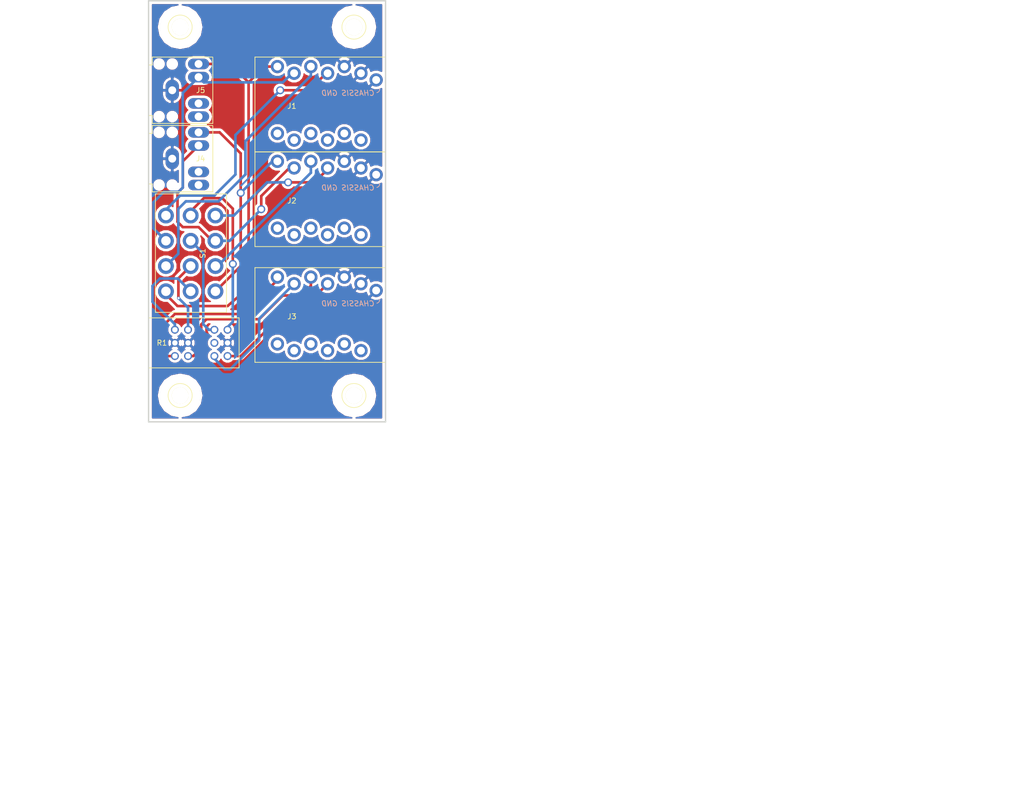
<source format=kicad_pcb>
(kicad_pcb (version 4) (host pcbnew 4.0.6)

  (general
    (links 33)
    (no_connects 0)
    (area 100.069048 47.442999 198.3 134.270001)
    (thickness 1.6)
    (drawings 6)
    (tracks 127)
    (zones 0)
    (modules 11)
    (nets 40)
  )

  (page A4)
  (layers
    (0 F.Cu signal)
    (31 B.Cu signal)
    (32 B.Adhes user)
    (33 F.Adhes user)
    (34 B.Paste user)
    (35 F.Paste user)
    (36 B.SilkS user)
    (37 F.SilkS user)
    (38 B.Mask user)
    (39 F.Mask user)
    (40 Dwgs.User user)
    (41 Cmts.User user)
    (42 Eco1.User user)
    (43 Eco2.User user)
    (44 Edge.Cuts user)
    (45 Margin user)
    (46 B.CrtYd user)
    (47 F.CrtYd user)
    (48 B.Fab user)
    (49 F.Fab user)
  )

  (setup
    (last_trace_width 0.25)
    (user_trace_width 0.25)
    (user_trace_width 0.3)
    (user_trace_width 0.5)
    (user_trace_width 0.7)
    (user_trace_width 0.8)
    (user_trace_width 1)
    (user_trace_width 1.5)
    (user_trace_width 2.5)
    (trace_clearance 0.2)
    (zone_clearance 0.508)
    (zone_45_only no)
    (trace_min 0.2)
    (segment_width 0.2)
    (edge_width 0.254)
    (via_size 0.6)
    (via_drill 0.4)
    (via_min_size 0.4)
    (via_min_drill 0.3)
    (user_via 0.6 0.5)
    (user_via 0.7 0.6)
    (user_via 1 0.8)
    (user_via 1.5 1)
    (uvia_size 0.3)
    (uvia_drill 0.1)
    (uvias_allowed no)
    (uvia_min_size 0.2)
    (uvia_min_drill 0.1)
    (pcb_text_width 0.3)
    (pcb_text_size 1.5 1.5)
    (mod_edge_width 0.15)
    (mod_text_size 1 1)
    (mod_text_width 0.15)
    (pad_size 3.175 3.175)
    (pad_drill 3.175)
    (pad_to_mask_clearance 0.2)
    (aux_axis_origin 187.325 73.025)
    (grid_origin 133.35 115.57)
    (visible_elements FFFFFFFF)
    (pcbplotparams
      (layerselection 0x011fc_80000001)
      (usegerberextensions true)
      (excludeedgelayer true)
      (linewidth 0.100000)
      (plotframeref false)
      (viasonmask false)
      (mode 1)
      (useauxorigin false)
      (hpglpennumber 1)
      (hpglpenspeed 20)
      (hpglpendiameter 15)
      (hpglpenoverlay 2)
      (psnegative false)
      (psa4output false)
      (plotreference true)
      (plotvalue true)
      (plotinvisibletext false)
      (padsonsilk false)
      (subtractmaskfromsilk false)
      (outputformat 1)
      (mirror false)
      (drillshape 0)
      (scaleselection 1)
      (outputdirectory gerber))
  )

  (net 0 "")
  (net 1 "Net-(J1-Pad2)")
  (net 2 "Net-(J1-Pad3)")
  (net 3 "Net-(J1-Pad4)")
  (net 4 "Net-(J1-Pad5)")
  (net 5 "Net-(J1-Pad6)")
  (net 6 "Net-(J1-Pad8)")
  (net 7 "Net-(J1-Pad9)")
  (net 8 "Net-(J1-Pad10)")
  (net 9 "Net-(J1-Pad11)")
  (net 10 "Net-(J1-Pad12)")
  (net 11 "Net-(J2-Pad2)")
  (net 12 "Net-(J2-Pad3)")
  (net 13 "Net-(J2-Pad4)")
  (net 14 "Net-(J2-Pad5)")
  (net 15 "Net-(J2-Pad6)")
  (net 16 "Net-(J2-Pad8)")
  (net 17 "Net-(J2-Pad9)")
  (net 18 "Net-(J2-Pad10)")
  (net 19 "Net-(J2-Pad11)")
  (net 20 "Net-(J2-Pad12)")
  (net 21 CHASSIS_GND)
  (net 22 "Net-(J3-Pad2)")
  (net 23 "Net-(J3-Pad3)")
  (net 24 "Net-(J3-Pad4)")
  (net 25 "Net-(J3-Pad5)")
  (net 26 "Net-(J3-Pad6)")
  (net 27 "Net-(J3-Pad8)")
  (net 28 "Net-(J3-Pad9)")
  (net 29 "Net-(J3-Pad10)")
  (net 30 "Net-(J3-Pad11)")
  (net 31 "Net-(J3-Pad12)")
  (net 32 "Net-(J4-Pad4)")
  (net 33 "Net-(J5-Pad4)")
  (net 34 "Net-(J4-Pad5)")
  (net 35 "Net-(J5-Pad5)")
  (net 36 "Net-(R1-PadA1)")
  (net 37 "Net-(R1-PadB1)")
  (net 38 "Net-(R1-PadD1)")
  (net 39 "Net-(R1-PadC1)")

  (net_class Default "This is the default net class."
    (clearance 0.2)
    (trace_width 0.25)
    (via_dia 0.6)
    (via_drill 0.4)
    (uvia_dia 0.3)
    (uvia_drill 0.1)
    (add_net CHASSIS_GND)
    (add_net "Net-(J1-Pad10)")
    (add_net "Net-(J1-Pad11)")
    (add_net "Net-(J1-Pad12)")
    (add_net "Net-(J1-Pad2)")
    (add_net "Net-(J1-Pad3)")
    (add_net "Net-(J1-Pad4)")
    (add_net "Net-(J1-Pad5)")
    (add_net "Net-(J1-Pad6)")
    (add_net "Net-(J1-Pad8)")
    (add_net "Net-(J1-Pad9)")
    (add_net "Net-(J2-Pad10)")
    (add_net "Net-(J2-Pad11)")
    (add_net "Net-(J2-Pad12)")
    (add_net "Net-(J2-Pad2)")
    (add_net "Net-(J2-Pad3)")
    (add_net "Net-(J2-Pad4)")
    (add_net "Net-(J2-Pad5)")
    (add_net "Net-(J2-Pad6)")
    (add_net "Net-(J2-Pad8)")
    (add_net "Net-(J2-Pad9)")
    (add_net "Net-(J3-Pad10)")
    (add_net "Net-(J3-Pad11)")
    (add_net "Net-(J3-Pad12)")
    (add_net "Net-(J3-Pad2)")
    (add_net "Net-(J3-Pad3)")
    (add_net "Net-(J3-Pad4)")
    (add_net "Net-(J3-Pad5)")
    (add_net "Net-(J3-Pad6)")
    (add_net "Net-(J3-Pad8)")
    (add_net "Net-(J3-Pad9)")
    (add_net "Net-(J4-Pad4)")
    (add_net "Net-(J4-Pad5)")
    (add_net "Net-(J5-Pad4)")
    (add_net "Net-(J5-Pad5)")
    (add_net "Net-(R1-PadA1)")
    (add_net "Net-(R1-PadB1)")
    (add_net "Net-(R1-PadC1)")
    (add_net "Net-(R1-PadD1)")
  )

  (module Connectors:1pin (layer F.Cu) (tedit 58FF0EE8) (tstamp 58FF7769)
    (at 134.35 122.57)
    (descr "module 1 pin (ou trou mecanique de percage)")
    (tags DEV)
    (fp_text reference REF** (at 0 -3.048) (layer F.SilkS) hide
      (effects (font (size 1 1) (thickness 0.15)))
    )
    (fp_text value 1pin (at 0 3) (layer F.Fab)
      (effects (font (size 1 1) (thickness 0.15)))
    )
    (fp_circle (center 0 0) (end 2 0.8) (layer F.Fab) (width 0.1))
    (fp_circle (center 0 0) (end 2.6 0) (layer F.CrtYd) (width 0.05))
    (fp_circle (center 0 0) (end 0 -2.286) (layer F.SilkS) (width 0.12))
    (pad "" np_thru_hole oval (at 0 0) (size 3.175 3.175) (drill 3.175) (layers *.Cu *.Mask F.SilkS)
      (solder_mask_margin 2.43) (clearance 2.59) (zone_connect 0))
  )

  (module Connectors:1pin (layer F.Cu) (tedit 58FF0EE8) (tstamp 58FF7762)
    (at 167.35 122.57)
    (descr "module 1 pin (ou trou mecanique de percage)")
    (tags DEV)
    (fp_text reference REF** (at 0 -3.048) (layer F.SilkS) hide
      (effects (font (size 1 1) (thickness 0.15)))
    )
    (fp_text value 1pin (at 0 3) (layer F.Fab)
      (effects (font (size 1 1) (thickness 0.15)))
    )
    (fp_circle (center 0 0) (end 2 0.8) (layer F.Fab) (width 0.1))
    (fp_circle (center 0 0) (end 2.6 0) (layer F.CrtYd) (width 0.05))
    (fp_circle (center 0 0) (end 0 -2.286) (layer F.SilkS) (width 0.12))
    (pad "" np_thru_hole oval (at 0 0) (size 3.175 3.175) (drill 3.175) (layers *.Cu *.Mask F.SilkS)
      (solder_mask_margin 2.43) (clearance 2.59) (zone_connect 0))
  )

  (module Connectors:1pin (layer F.Cu) (tedit 58FF0EE8) (tstamp 58FF111E)
    (at 167.35 52.57)
    (descr "module 1 pin (ou trou mecanique de percage)")
    (tags DEV)
    (fp_text reference REF** (at 0 -3.048) (layer F.SilkS) hide
      (effects (font (size 1 1) (thickness 0.15)))
    )
    (fp_text value 1pin (at 0 3) (layer F.Fab)
      (effects (font (size 1 1) (thickness 0.15)))
    )
    (fp_circle (center 0 0) (end 2 0.8) (layer F.Fab) (width 0.1))
    (fp_circle (center 0 0) (end 2.6 0) (layer F.CrtYd) (width 0.05))
    (fp_circle (center 0 0) (end 0 -2.286) (layer F.SilkS) (width 0.12))
    (pad "" np_thru_hole oval (at 0 0) (size 3.175 3.175) (drill 3.175) (layers *.Cu *.Mask F.SilkS)
      (solder_mask_margin 2.43) (clearance 2.59) (zone_connect 0))
  )

  (module Connectors:1pin (layer F.Cu) (tedit 59012CB3) (tstamp 58FF0B47)
    (at 134.35 52.57)
    (descr "module 1 pin (ou trou mecanique de percage)")
    (tags DEV)
    (fp_text reference REF** (at 0 -3.048) (layer F.SilkS) hide
      (effects (font (size 1 1) (thickness 0.15)))
    )
    (fp_text value 1pin (at 0 3) (layer F.Fab)
      (effects (font (size 1 1) (thickness 0.15)))
    )
    (fp_circle (center 0 0) (end 2 0.8) (layer F.Fab) (width 0.1))
    (fp_circle (center 0 0) (end 2.6 0) (layer F.CrtYd) (width 0.05))
    (fp_circle (center 0 0) (end 0 -2.286) (layer F.SilkS) (width 0.12))
    (pad "" np_thru_hole oval (at 0 0) (size 3.175 3.175) (drill 3.175) (layers *.Cu *.Mask F.SilkS)
      (solder_mask_margin 2.43) (clearance 2.59) (zone_connect 0))
  )

  (module stahllabs:PTD904-1015F-A104 (layer F.Cu) (tedit 5900420F) (tstamp 58FEB44B)
    (at 128.35 112.57 180)
    (tags "Potentiometer 4 Gang")
    (path /58FEAB86)
    (fp_text reference R1 (at -2.54 0 180) (layer F.SilkS)
      (effects (font (size 1 1) (thickness 0.15)))
    )
    (fp_text value PTD904-1015F-A104 (at 14.6 0 180) (layer F.Fab)
      (effects (font (size 1 1) (thickness 0.15)))
    )
    (fp_line (start 4.5 3) (end 5 -3) (layer F.Fab) (width 0.15))
    (fp_line (start 0 3) (end 0.5 -3) (layer F.Fab) (width 0.15))
    (fp_line (start 0.5 -3) (end 0.5 3) (layer F.Fab) (width 0.15))
    (fp_line (start 2 -3) (end 2 3) (layer F.Fab) (width 0.15))
    (fp_line (start 2 3) (end 2.5 -3) (layer F.Fab) (width 0.15))
    (fp_line (start 2.5 -3) (end 2.5 3) (layer F.Fab) (width 0.15))
    (fp_line (start 2.5 3) (end 3 -3) (layer F.Fab) (width 0.15))
    (fp_line (start 3 -3) (end 3 3) (layer F.Fab) (width 0.15))
    (fp_line (start 3 3) (end 3.5 -3) (layer F.Fab) (width 0.15))
    (fp_line (start 3.5 -3) (end 3.5 3) (layer F.Fab) (width 0.15))
    (fp_line (start 3.5 3) (end 4 -3) (layer F.Fab) (width 0.15))
    (fp_line (start 4 -3) (end 4 3) (layer F.Fab) (width 0.15))
    (fp_line (start 4 3) (end 4.5 -3) (layer F.Fab) (width 0.15))
    (fp_line (start 4.5 -3) (end 4.5 3) (layer F.Fab) (width 0.15))
    (fp_line (start 0.5 3) (end 1 -3) (layer F.Fab) (width 0.15))
    (fp_line (start 1 -3) (end 1 3) (layer F.Fab) (width 0.15))
    (fp_line (start 1 3) (end 1.5 -3) (layer F.Fab) (width 0.15))
    (fp_line (start 1.5 -3) (end 1.5 3) (layer F.Fab) (width 0.15))
    (fp_line (start 1.5 3) (end 2 -3) (layer F.Fab) (width 0.15))
    (fp_line (start 0 -3) (end 5 -3) (layer F.Fab) (width 0.15))
    (fp_line (start 5 -3) (end 5 3) (layer F.Fab) (width 0.15))
    (fp_line (start 5 3) (end 0 3) (layer F.Fab) (width 0.15))
    (fp_line (start 0 3) (end 0 -3) (layer F.Fab) (width 0.15))
    (fp_line (start -17.2 -4.75) (end -17.2 4.75) (layer F.SilkS) (width 0.15))
    (fp_line (start -17.2 4.75) (end -17 4.75) (layer F.SilkS) (width 0.15))
    (fp_line (start 0 4.75) (end -17 4.75) (layer F.SilkS) (width 0.15))
    (fp_line (start 0 -4.75) (end -17.2 -4.75) (layer F.SilkS) (width 0.15))
    (pad A1 thru_hole circle (at -5 2.5 180) (size 1.5 1.5) (drill 1) (layers *.Cu *.Mask)
      (net 36 "Net-(R1-PadA1)"))
    (pad A2 thru_hole circle (at -5 0 180) (size 1.5 1.5) (drill 1) (layers *.Cu *.Mask)
      (net 21 CHASSIS_GND))
    (pad A3 thru_hole circle (at -5 -2.5 180) (size 1.5 1.5) (drill 1) (layers *.Cu *.Mask)
      (net 25 "Net-(J3-Pad5)"))
    (pad B1 thru_hole circle (at -7.5 2.5 180) (size 1.5 1.5) (drill 1) (layers *.Cu *.Mask)
      (net 37 "Net-(R1-PadB1)"))
    (pad B2 thru_hole circle (at -7.5 0 180) (size 1.5 1.5) (drill 1) (layers *.Cu *.Mask)
      (net 21 CHASSIS_GND))
    (pad B3 thru_hole circle (at -7.5 -2.5 180) (size 1.5 1.5) (drill 1) (layers *.Cu *.Mask)
      (net 23 "Net-(J3-Pad3)"))
    (pad C1 thru_hole circle (at -12.5 2.5 180) (size 1.5 1.5) (drill 1) (layers *.Cu *.Mask)
      (net 39 "Net-(R1-PadC1)"))
    (pad C2 thru_hole circle (at -12.5 0 180) (size 1.5 1.5) (drill 1) (layers *.Cu *.Mask))
    (pad C3 thru_hole circle (at -12.5 -2.5 180) (size 1.5 1.5) (drill 1) (layers *.Cu *.Mask)
      (net 30 "Net-(J3-Pad11)"))
    (pad D1 thru_hole circle (at -15 2.5 180) (size 1.5 1.5) (drill 1) (layers *.Cu *.Mask)
      (net 38 "Net-(R1-PadD1)"))
    (pad D2 thru_hole circle (at -15 0 180) (size 1.5 1.5) (drill 1) (layers *.Cu *.Mask)
      (net 21 CHASSIS_GND))
    (pad D3 thru_hole circle (at -15 -2.5 180) (size 1.5 1.5) (drill 1) (layers *.Cu *.Mask)
      (net 28 "Net-(J3-Pad9)"))
    (model ../../../../../home/stahl/kicad/stahllabs.pretty/PTD904-2X15F-XXXX.wrl
      (at (xyz 0 0 0))
      (scale (xyz 1 1 1))
      (rotate (xyz 0 0 0))
    )
  )

  (module stahllabs:NSJ12HF-1 (layer F.Cu) (tedit 590041FF) (tstamp 58DC2BC9)
    (at 173.35 67.57)
    (descr "Stereo dual jack, full threaded nose")
    (tags "stacking jack")
    (path /58DAE481)
    (fp_text reference J1 (at -17.78 0) (layer F.SilkS)
      (effects (font (size 1 1) (thickness 0.15)))
    )
    (fp_text value NSJ12HF-1 (at 6.9 0.1) (layer F.Fab)
      (effects (font (size 1 1) (thickness 0.15)))
    )
    (fp_line (start -24.8 8.7) (end 0 8.7) (layer F.SilkS) (width 0.15))
    (fp_line (start -24.8 -9.3) (end -0.1 -9.3) (layer F.SilkS) (width 0.15))
    (fp_line (start -24.8 -9.3) (end -24.8 8.7) (layer F.SilkS) (width 0.15))
    (fp_line (start 0 8.7) (end 0 5.8) (layer F.Fab) (width 0.15))
    (fp_line (start -0.1 -9.3) (end -0.1 -3.8) (layer F.Fab) (width 0.15))
    (fp_arc (start -1.76 -3.19) (end -1.12 -3.3) (angle 90) (layer B.SilkS) (width 0.15))
    (fp_text user "CHASSIS GND" (at -7.1 -2.47) (layer B.SilkS)
      (effects (font (size 1 1) (thickness 0.15) italic) (justify mirror))
    )
    (fp_text user "  " (at 26.8 75.6) (layer Dwgs.User)
      (effects (font (size 88.9 71.12) (thickness 0.1)) (justify left bottom))
    )
    (pad 1 thru_hole circle (at -7.825 -7.5) (size 2.524 2.524) (drill 1.5) (layers *.Cu *.Mask)
      (net 21 CHASSIS_GND))
    (pad 2 thru_hole circle (at -7.83 5.2) (size 2.524 2.524) (drill 1.5) (layers *.Cu *.Mask)
      (net 1 "Net-(J1-Pad2)"))
    (pad 3 thru_hole circle (at -14.18 -7.5) (size 2.524 2.524) (drill 1.5) (layers *.Cu *.Mask)
      (net 2 "Net-(J1-Pad3)"))
    (pad 4 thru_hole circle (at -14.18 5.2) (size 2.524 2.524) (drill 1.5) (layers *.Cu *.Mask)
      (net 3 "Net-(J1-Pad4)"))
    (pad 5 thru_hole circle (at -20.53 -7.5) (size 2.524 2.524) (drill 1.5) (layers *.Cu *.Mask)
      (net 4 "Net-(J1-Pad5)"))
    (pad 6 thru_hole circle (at -20.53 5.2) (size 2.524 2.524) (drill 1.5) (layers *.Cu *.Mask)
      (net 5 "Net-(J1-Pad6)"))
    (pad 7 thru_hole circle (at -4.67 -6.23) (size 2.524 2.524) (drill 1.5) (layers *.Cu *.Mask)
      (net 21 CHASSIS_GND))
    (pad 8 thru_hole circle (at -4.66 6.47) (size 2.524 2.524) (drill 1.5) (layers *.Cu *.Mask)
      (net 6 "Net-(J1-Pad8)"))
    (pad 9 thru_hole circle (at -11 -6.23) (size 2.524 2.524) (drill 1.5) (layers *.Cu *.Mask)
      (net 7 "Net-(J1-Pad9)"))
    (pad 10 thru_hole circle (at -11.01 6.47) (size 2.524 2.524) (drill 1.5) (layers *.Cu *.Mask)
      (net 8 "Net-(J1-Pad10)"))
    (pad 11 thru_hole circle (at -17.36 -6.24) (size 2.524 2.524) (drill 1.5) (layers *.Cu *.Mask)
      (net 9 "Net-(J1-Pad11)"))
    (pad 12 thru_hole circle (at -17.35 6.47) (size 2.524 2.524) (drill 1.5) (layers *.Cu *.Mask)
      (net 10 "Net-(J1-Pad12)"))
    (pad 13 thru_hole circle (at -1.78 -4.96) (size 2.524 2.524) (drill 1.5) (layers *.Cu *.Mask)
      (net 21 CHASSIS_GND))
    (model ../../../../../home/stahl/kicad/stahllabs.pretty/NSJ12HF-1.wrl
      (at (xyz 0 0 0))
      (scale (xyz 1 1 1))
      (rotate (xyz 0 0 0))
    )
  )

  (module stahllabs:NSJ12HF-1 (layer F.Cu) (tedit 590041FD) (tstamp 58DC2D5F)
    (at 173.35 85.57)
    (descr "Stereo dual jack, full threaded nose")
    (tags "stacking jack")
    (path /58DB1B94)
    (fp_text reference J2 (at -17.78 0) (layer F.SilkS)
      (effects (font (size 1 1) (thickness 0.15)))
    )
    (fp_text value NSJ12HF-1 (at 6.5 1.7) (layer F.Fab)
      (effects (font (size 1 1) (thickness 0.15)))
    )
    (fp_line (start -24.8 8.7) (end 0 8.7) (layer F.SilkS) (width 0.15))
    (fp_line (start -24.8 -9.3) (end -0.1 -9.3) (layer F.SilkS) (width 0.15))
    (fp_line (start -24.8 -9.3) (end -24.8 8.7) (layer F.SilkS) (width 0.15))
    (fp_line (start 0 8.7) (end 0 5.8) (layer F.Fab) (width 0.15))
    (fp_line (start -0.1 -9.3) (end -0.1 -3.8) (layer F.Fab) (width 0.15))
    (fp_arc (start -1.76 -3.19) (end -1.12 -3.3) (angle 90) (layer B.SilkS) (width 0.15))
    (fp_text user "CHASSIS GND" (at -7.1 -2.47) (layer B.SilkS)
      (effects (font (size 1 1) (thickness 0.15) italic) (justify mirror))
    )
    (fp_text user "  " (at 26.8 75.6) (layer Dwgs.User)
      (effects (font (size 88.9 71.12) (thickness 0.1)) (justify left bottom))
    )
    (pad 1 thru_hole circle (at -7.825 -7.5) (size 2.524 2.524) (drill 1.5) (layers *.Cu *.Mask)
      (net 21 CHASSIS_GND))
    (pad 2 thru_hole circle (at -7.83 5.2) (size 2.524 2.524) (drill 1.5) (layers *.Cu *.Mask)
      (net 11 "Net-(J2-Pad2)"))
    (pad 3 thru_hole circle (at -14.18 -7.5) (size 2.524 2.524) (drill 1.5) (layers *.Cu *.Mask)
      (net 12 "Net-(J2-Pad3)"))
    (pad 4 thru_hole circle (at -14.18 5.2) (size 2.524 2.524) (drill 1.5) (layers *.Cu *.Mask)
      (net 13 "Net-(J2-Pad4)"))
    (pad 5 thru_hole circle (at -20.53 -7.5) (size 2.524 2.524) (drill 1.5) (layers *.Cu *.Mask)
      (net 14 "Net-(J2-Pad5)"))
    (pad 6 thru_hole circle (at -20.53 5.2) (size 2.524 2.524) (drill 1.5) (layers *.Cu *.Mask)
      (net 15 "Net-(J2-Pad6)"))
    (pad 7 thru_hole circle (at -4.67 -6.23) (size 2.524 2.524) (drill 1.5) (layers *.Cu *.Mask)
      (net 21 CHASSIS_GND))
    (pad 8 thru_hole circle (at -4.66 6.47) (size 2.524 2.524) (drill 1.5) (layers *.Cu *.Mask)
      (net 16 "Net-(J2-Pad8)"))
    (pad 9 thru_hole circle (at -11 -6.23) (size 2.524 2.524) (drill 1.5) (layers *.Cu *.Mask)
      (net 17 "Net-(J2-Pad9)"))
    (pad 10 thru_hole circle (at -11.01 6.47) (size 2.524 2.524) (drill 1.5) (layers *.Cu *.Mask)
      (net 18 "Net-(J2-Pad10)"))
    (pad 11 thru_hole circle (at -17.36 -6.24) (size 2.524 2.524) (drill 1.5) (layers *.Cu *.Mask)
      (net 19 "Net-(J2-Pad11)"))
    (pad 12 thru_hole circle (at -17.35 6.47) (size 2.524 2.524) (drill 1.5) (layers *.Cu *.Mask)
      (net 20 "Net-(J2-Pad12)"))
    (pad 13 thru_hole circle (at -1.78 -4.96) (size 2.524 2.524) (drill 1.5) (layers *.Cu *.Mask)
      (net 21 CHASSIS_GND))
    (model ../../../../../home/stahl/kicad/stahllabs.pretty/NSJ12HF-1.wrl
      (at (xyz 0 0 0))
      (scale (xyz 1 1 1))
      (rotate (xyz 0 0 0))
    )
  )

  (module stahllabs:NSJ12HF-1 (layer F.Cu) (tedit 590043E4) (tstamp 58E17ED8)
    (at 173.35 107.57)
    (descr "Stereo dual jack, full threaded nose")
    (tags "stacking jack")
    (path /58E15C9F)
    (fp_text reference J3 (at -17.78 0) (layer F.SilkS)
      (effects (font (size 1 1) (thickness 0.15)))
    )
    (fp_text value NSJ12HF-1 (at 7 0.1) (layer F.Fab)
      (effects (font (size 1 1) (thickness 0.15)))
    )
    (fp_line (start -24.8 8.7) (end 0 8.7) (layer F.SilkS) (width 0.15))
    (fp_line (start -24.8 -9.3) (end -0.1 -9.3) (layer F.SilkS) (width 0.15))
    (fp_line (start -24.8 -9.3) (end -24.8 8.7) (layer F.SilkS) (width 0.15))
    (fp_line (start 0 8.7) (end 0 5.8) (layer F.Fab) (width 0.15))
    (fp_line (start -0.1 -9.3) (end -0.1 -3.8) (layer F.Fab) (width 0.15))
    (fp_arc (start -1.76 -3.19) (end -1.12 -3.3) (angle 90) (layer B.SilkS) (width 0.15))
    (fp_text user "CHASSIS GND" (at -7.1 -2.47) (layer B.SilkS)
      (effects (font (size 1 1) (thickness 0.15) italic) (justify mirror))
    )
    (fp_text user "  " (at 26.8 75.6) (layer Dwgs.User)
      (effects (font (size 88.9 71.12) (thickness 0.1)) (justify left bottom))
    )
    (pad 1 thru_hole circle (at -7.825 -7.5) (size 2.524 2.524) (drill 1.5) (layers *.Cu *.Mask)
      (net 21 CHASSIS_GND))
    (pad 2 thru_hole circle (at -7.83 5.2) (size 2.524 2.524) (drill 1.5) (layers *.Cu *.Mask)
      (net 22 "Net-(J3-Pad2)"))
    (pad 3 thru_hole circle (at -14.18 -7.5) (size 2.524 2.524) (drill 1.5) (layers *.Cu *.Mask)
      (net 23 "Net-(J3-Pad3)"))
    (pad 4 thru_hole circle (at -14.18 5.2) (size 2.524 2.524) (drill 1.5) (layers *.Cu *.Mask)
      (net 24 "Net-(J3-Pad4)"))
    (pad 5 thru_hole circle (at -20.53 -7.5) (size 2.524 2.524) (drill 1.5) (layers *.Cu *.Mask)
      (net 25 "Net-(J3-Pad5)"))
    (pad 6 thru_hole circle (at -20.53 5.2) (size 2.524 2.524) (drill 1.5) (layers *.Cu *.Mask)
      (net 26 "Net-(J3-Pad6)"))
    (pad 7 thru_hole circle (at -4.67 -6.23) (size 2.524 2.524) (drill 1.5) (layers *.Cu *.Mask)
      (net 21 CHASSIS_GND))
    (pad 8 thru_hole circle (at -4.66 6.47) (size 2.524 2.524) (drill 1.5) (layers *.Cu *.Mask)
      (net 27 "Net-(J3-Pad8)"))
    (pad 9 thru_hole circle (at -11 -6.23) (size 2.524 2.524) (drill 1.5) (layers *.Cu *.Mask)
      (net 28 "Net-(J3-Pad9)"))
    (pad 10 thru_hole circle (at -11.01 6.47) (size 2.524 2.524) (drill 1.5) (layers *.Cu *.Mask)
      (net 29 "Net-(J3-Pad10)"))
    (pad 11 thru_hole circle (at -17.36 -6.24) (size 2.524 2.524) (drill 1.5) (layers *.Cu *.Mask)
      (net 30 "Net-(J3-Pad11)"))
    (pad 12 thru_hole circle (at -17.35 6.47) (size 2.524 2.524) (drill 1.5) (layers *.Cu *.Mask)
      (net 31 "Net-(J3-Pad12)"))
    (pad 13 thru_hole circle (at -1.78 -4.96) (size 2.524 2.524) (drill 1.5) (layers *.Cu *.Mask)
      (net 21 CHASSIS_GND))
    (model ../../../../../home/stahl/kicad/stahllabs.pretty/NSJ12HF-1.wrl
      (at (xyz 0 0 0))
      (scale (xyz 1 1 1))
      (rotate (xyz 0 0 0))
    )
  )

  (module stahllabs:MB2185SS1G06 (layer F.Cu) (tedit 5900421A) (tstamp 58E17EE8)
    (at 136.35 95.57 90)
    (descr "Pushbutton Switches Series MB Bushing Mount")
    (tags "pushbutton switch 4PDT on-on")
    (path /58E15A20)
    (fp_text reference S1 (at 0 2.3 90) (layer F.SilkS)
      (effects (font (size 1 1) (thickness 0.15)))
    )
    (fp_text value MB2185SS1G06 (at 0.4 -15.2 180) (layer F.Fab)
      (effects (font (size 1 1) (thickness 0.15)))
    )
    (fp_line (start -11.2 -6.7) (end -11.2 6.8) (layer F.SilkS) (width 0.15))
    (fp_line (start -11.2 6.8) (end -11.1 6.8) (layer F.SilkS) (width 0.15))
    (fp_line (start 11.3 -6.7) (end 11.1 -6.7) (layer F.SilkS) (width 0.15))
    (fp_line (start 11.3 6.8) (end 11.3 -6.7) (layer F.SilkS) (width 0.15))
    (fp_line (start -11.05 6.8) (end 11.25 6.8) (layer F.SilkS) (width 0.15))
    (fp_line (start -11.15 -6.7) (end 11.15 -6.7) (layer F.SilkS) (width 0.15))
    (pad 1 thru_hole circle (at -7.2 4.7 90) (size 3 3) (drill 1.8) (layers *.Cu *.Mask)
      (net 14 "Net-(J2-Pad5)"))
    (pad 2 thru_hole circle (at -7.2 0 90) (size 3 3) (drill 1.8) (layers *.Cu *.Mask)
      (net 36 "Net-(R1-PadA1)"))
    (pad 3 thru_hole circle (at -7.2 -4.7 90) (size 3 3) (drill 1.8) (layers *.Cu *.Mask)
      (net 4 "Net-(J1-Pad5)"))
    (pad 4 thru_hole circle (at -2.4 4.7 90) (size 3 3) (drill 1.8) (layers *.Cu *.Mask)
      (net 12 "Net-(J2-Pad3)"))
    (pad 5 thru_hole circle (at -2.4 0 90) (size 3 3) (drill 1.8) (layers *.Cu *.Mask)
      (net 37 "Net-(R1-PadB1)"))
    (pad 6 thru_hole circle (at -2.4 -4.7 90) (size 3 3) (drill 1.8) (layers *.Cu *.Mask)
      (net 2 "Net-(J1-Pad3)"))
    (pad 7 thru_hole circle (at 2.4 4.7 90) (size 3 3) (drill 1.8) (layers *.Cu *.Mask)
      (net 19 "Net-(J2-Pad11)"))
    (pad 8 thru_hole circle (at 2.4 0 90) (size 3 3) (drill 1.8) (layers *.Cu *.Mask)
      (net 39 "Net-(R1-PadC1)"))
    (pad 9 thru_hole circle (at 2.4 -4.7 90) (size 3 3) (drill 1.8) (layers *.Cu *.Mask)
      (net 9 "Net-(J1-Pad11)"))
    (pad 10 thru_hole circle (at 7.2 4.7 90) (size 3 3) (drill 1.8) (layers *.Cu *.Mask)
      (net 17 "Net-(J2-Pad9)"))
    (pad 11 thru_hole circle (at 7.2 0 90) (size 3 3) (drill 1.8) (layers *.Cu *.Mask)
      (net 38 "Net-(R1-PadD1)"))
    (pad 12 thru_hole circle (at 7.2 -4.7 90) (size 3 3) (drill 1.8) (layers *.Cu *.Mask)
      (net 7 "Net-(J1-Pad9)"))
    (model ../../../../../home/stahl/kicad/stahllabs.pretty/MB2185SS1G06.wrl
      (at (xyz 0 0 0))
      (scale (xyz 1 1 1))
      (rotate (xyz 0 0 0))
    )
  )

  (module stahllabs:sj1-3525n (layer F.Cu) (tedit 590042F7) (tstamp 58F4A073)
    (at 129.35 64.57)
    (tags "stereo jack TRS switched 5 pin")
    (path /58F4A296)
    (fp_text reference J5 (at 8.89 0) (layer F.SilkS)
      (effects (font (size 1 1) (thickness 0.15)))
    )
    (fp_text value STEREO-JACK-SWITCHED-5-Pin (at -16.7 0) (layer F.Fab)
      (effects (font (size 1 1) (thickness 0.15)))
    )
    (fp_line (start 0.1 6.3) (end -0.3 6.3) (layer F.SilkS) (width 0.15))
    (fp_line (start -0.3 6.3) (end -0.3 4.8) (layer F.SilkS) (width 0.15))
    (fp_line (start -0.3 4.8) (end -1 4.8) (layer F.SilkS) (width 0.15))
    (fp_line (start 0 -6.3) (end -0.3 -6.3) (layer F.SilkS) (width 0.15))
    (fp_line (start -0.3 -6.3) (end -0.3 -4.8) (layer F.SilkS) (width 0.15))
    (fp_line (start -0.3 -4.8) (end -1 -4.8) (layer F.SilkS) (width 0.15))
    (fp_line (start 0 -6.3) (end 11.2 -6.3) (layer F.SilkS) (width 0.15))
    (fp_line (start 11.2 -6.2) (end 11.2 6.3) (layer F.SilkS) (width 0.15))
    (fp_line (start 11.2 6.3) (end 0 6.3) (layer F.SilkS) (width 0.15))
    (fp_line (start -1 -3) (end -3 -3) (layer F.Fab) (width 0.15))
    (fp_line (start -3 -3) (end -3 3) (layer F.Fab) (width 0.15))
    (fp_line (start -3 3) (end -1 3) (layer F.Fab) (width 0.15))
    (fp_line (start 10 6) (end 11 6) (layer F.Fab) (width 0.15))
    (fp_line (start 10 -6) (end 11 -6) (layer F.Fab) (width 0.15))
    (fp_line (start -1 2.5) (end -1 2) (layer F.Fab) (width 0.15))
    (fp_line (start -1 2) (end 0 2) (layer F.Fab) (width 0.15))
    (fp_line (start -1 -2.5) (end -1 -2) (layer F.Fab) (width 0.15))
    (fp_line (start -1 -2) (end 0 -2) (layer F.Fab) (width 0.15))
    (fp_line (start 0 -2) (end 0 2) (layer F.Fab) (width 0.15))
    (fp_line (start 0 -4.5) (end -1 -4.5) (layer F.Fab) (width 0.15))
    (fp_line (start -1 -4.5) (end -1 -2.5) (layer F.Fab) (width 0.15))
    (fp_line (start -1 2.5) (end -1 4.5) (layer F.Fab) (width 0.15))
    (fp_line (start -1 4.5) (end 0 4.5) (layer F.Fab) (width 0.15))
    (fp_line (start 10.5 6) (end 0 6) (layer F.Fab) (width 0.15))
    (fp_line (start 0 6) (end 0 4.5) (layer F.Fab) (width 0.15))
    (fp_line (start 11 -6) (end 11 6) (layer F.Fab) (width 0.15))
    (fp_line (start 10.5 -6) (end 0 -6) (layer F.Fab) (width 0.15))
    (fp_line (start 0 -6) (end 0 -4.5) (layer F.Fab) (width 0.15))
    (pad 5 thru_hole oval (at 8.5 5) (size 4 2) (drill 1.5) (layers *.Cu *.Mask)
      (net 35 "Net-(J5-Pad5)"))
    (pad 4 thru_hole oval (at 8.5 2.5) (size 4 2) (drill 1.5) (layers *.Cu *.Mask)
      (net 33 "Net-(J5-Pad4)"))
    (pad 3 thru_hole oval (at 8.5 -2.5) (size 4 2) (drill 1.5) (layers *.Cu *.Mask)
      (net 9 "Net-(J1-Pad11)"))
    (pad 2 thru_hole oval (at 8.5 -5) (size 4 2) (drill 1.5) (layers *.Cu *.Mask)
      (net 4 "Net-(J1-Pad5)"))
    (pad 1 thru_hole oval (at 3.5 0 90) (size 4 2.54) (drill 1.5) (layers *.Cu *.Mask)
      (net 21 CHASSIS_GND))
    (pad "" np_thru_hole circle (at 3.5 -5) (size 1.2 1.2) (drill 1.2) (layers *.Cu *.Mask))
    (pad "" np_thru_hole circle (at 3.5 5) (size 1.2 1.2) (drill 1.2) (layers *.Cu *.Mask))
    (pad "" np_thru_hole circle (at 1 -5) (size 1.2 1.2) (drill 1.2) (layers *.Cu *.Mask))
    (pad "" np_thru_hole circle (at 1 5) (size 1.2 1.2) (drill 1.2) (layers *.Cu *.Mask))
    (model ../../../../../home/stahl/kicad/stahllabs.pretty/sj1-3525n.wrl
      (at (xyz 0 0 0))
      (scale (xyz 1 1 1))
      (rotate (xyz 0 0 180))
    )
  )

  (module stahllabs:sj1-3525n (layer F.Cu) (tedit 590042FC) (tstamp 58F49E40)
    (at 129.35 77.57)
    (tags "stereo jack TRS switched 5 pin")
    (path /58F37A22)
    (fp_text reference J4 (at 8.89 0) (layer F.SilkS)
      (effects (font (size 1 1) (thickness 0.15)))
    )
    (fp_text value STEREO-JACK-SWITCHED-5-Pin (at -16.7 -0.3) (layer F.Fab)
      (effects (font (size 1 1) (thickness 0.15)))
    )
    (fp_line (start 0.1 6.3) (end -0.3 6.3) (layer F.SilkS) (width 0.15))
    (fp_line (start -0.3 6.3) (end -0.3 4.8) (layer F.SilkS) (width 0.15))
    (fp_line (start -0.3 4.8) (end -1 4.8) (layer F.SilkS) (width 0.15))
    (fp_line (start 0 -6.3) (end -0.3 -6.3) (layer F.SilkS) (width 0.15))
    (fp_line (start -0.3 -6.3) (end -0.3 -4.8) (layer F.SilkS) (width 0.15))
    (fp_line (start -0.3 -4.8) (end -1 -4.8) (layer F.SilkS) (width 0.15))
    (fp_line (start 0 -6.3) (end 11.2 -6.3) (layer F.SilkS) (width 0.15))
    (fp_line (start 11.2 -6.2) (end 11.2 6.3) (layer F.SilkS) (width 0.15))
    (fp_line (start 11.2 6.3) (end 0 6.3) (layer F.SilkS) (width 0.15))
    (fp_line (start -1 -3) (end -3 -3) (layer F.Fab) (width 0.15))
    (fp_line (start -3 -3) (end -3 3) (layer F.Fab) (width 0.15))
    (fp_line (start -3 3) (end -1 3) (layer F.Fab) (width 0.15))
    (fp_line (start 10 6) (end 11 6) (layer F.Fab) (width 0.15))
    (fp_line (start 10 -6) (end 11 -6) (layer F.Fab) (width 0.15))
    (fp_line (start -1 2.5) (end -1 2) (layer F.Fab) (width 0.15))
    (fp_line (start -1 2) (end 0 2) (layer F.Fab) (width 0.15))
    (fp_line (start -1 -2.5) (end -1 -2) (layer F.Fab) (width 0.15))
    (fp_line (start -1 -2) (end 0 -2) (layer F.Fab) (width 0.15))
    (fp_line (start 0 -2) (end 0 2) (layer F.Fab) (width 0.15))
    (fp_line (start 0 -4.5) (end -1 -4.5) (layer F.Fab) (width 0.15))
    (fp_line (start -1 -4.5) (end -1 -2.5) (layer F.Fab) (width 0.15))
    (fp_line (start -1 2.5) (end -1 4.5) (layer F.Fab) (width 0.15))
    (fp_line (start -1 4.5) (end 0 4.5) (layer F.Fab) (width 0.15))
    (fp_line (start 10.5 6) (end 0 6) (layer F.Fab) (width 0.15))
    (fp_line (start 0 6) (end 0 4.5) (layer F.Fab) (width 0.15))
    (fp_line (start 11 -6) (end 11 6) (layer F.Fab) (width 0.15))
    (fp_line (start 10.5 -6) (end 0 -6) (layer F.Fab) (width 0.15))
    (fp_line (start 0 -6) (end 0 -4.5) (layer F.Fab) (width 0.15))
    (pad 5 thru_hole oval (at 8.5 5) (size 4 2) (drill 1.5) (layers *.Cu *.Mask)
      (net 34 "Net-(J4-Pad5)"))
    (pad 4 thru_hole oval (at 8.5 2.5) (size 4 2) (drill 1.5) (layers *.Cu *.Mask)
      (net 32 "Net-(J4-Pad4)"))
    (pad 3 thru_hole oval (at 8.5 -2.5) (size 4 2) (drill 1.5) (layers *.Cu *.Mask)
      (net 19 "Net-(J2-Pad11)"))
    (pad 2 thru_hole oval (at 8.5 -5) (size 4 2) (drill 1.5) (layers *.Cu *.Mask)
      (net 14 "Net-(J2-Pad5)"))
    (pad 1 thru_hole oval (at 3.5 0 90) (size 4 2.54) (drill 1.5) (layers *.Cu *.Mask)
      (net 21 CHASSIS_GND))
    (pad "" np_thru_hole circle (at 3.5 -5) (size 1.2 1.2) (drill 1.2) (layers *.Cu *.Mask))
    (pad "" np_thru_hole circle (at 3.5 5) (size 1.2 1.2) (drill 1.2) (layers *.Cu *.Mask))
    (pad "" np_thru_hole circle (at 1 -5) (size 1.2 1.2) (drill 1.2) (layers *.Cu *.Mask))
    (pad "" np_thru_hole circle (at 1 5) (size 1.2 1.2) (drill 1.2) (layers *.Cu *.Mask))
    (model ../../../../../home/stahl/kicad/stahllabs.pretty/sj1-3525n.wrl
      (at (xyz 0 0 0))
      (scale (xyz 1 1 1))
      (rotate (xyz 0 0 180))
    )
  )

  (dimension 80.1 (width 0.3) (layer F.Fab)
    (gr_text "80.100 mm" (at 191.8 87.62 270) (layer F.Fab)
      (effects (font (size 1.5 1.5) (thickness 0.3)))
    )
    (feature1 (pts (xy 173.35 127.67) (xy 193.15 127.67)))
    (feature2 (pts (xy 173.35 47.57) (xy 193.15 47.57)))
    (crossbar (pts (xy 190.45 47.57) (xy 190.45 127.67)))
    (arrow1a (pts (xy 190.45 127.67) (xy 189.863579 126.543496)))
    (arrow1b (pts (xy 190.45 127.67) (xy 191.036421 126.543496)))
    (arrow2a (pts (xy 190.45 47.57) (xy 189.863579 48.696504)))
    (arrow2b (pts (xy 190.45 47.57) (xy 191.036421 48.696504)))
  )
  (dimension 45 (width 0.3) (layer F.Fab)
    (gr_text "45.000 mm" (at 150.85 132.92) (layer F.Fab)
      (effects (font (size 1.5 1.5) (thickness 0.3)))
    )
    (feature1 (pts (xy 173.35 127.57) (xy 173.35 134.27)))
    (feature2 (pts (xy 128.35 127.57) (xy 128.35 134.27)))
    (crossbar (pts (xy 128.35 131.57) (xy 173.35 131.57)))
    (arrow1a (pts (xy 173.35 131.57) (xy 172.223496 132.156421)))
    (arrow1b (pts (xy 173.35 131.57) (xy 172.223496 130.983579)))
    (arrow2a (pts (xy 128.35 131.57) (xy 129.476504 132.156421)))
    (arrow2b (pts (xy 128.35 131.57) (xy 129.476504 130.983579)))
  )
  (gr_line (start 128.35 127.57) (end 128.35 47.57) (angle 90) (layer Edge.Cuts) (width 0.254))
  (gr_line (start 173.35 127.57) (end 128.35 127.57) (angle 90) (layer Edge.Cuts) (width 0.254))
  (gr_line (start 173.35 47.57) (end 173.35 127.57) (angle 90) (layer Edge.Cuts) (width 0.254))
  (gr_line (start 128.35 47.57) (end 173.35 47.57) (angle 90) (layer Edge.Cuts) (width 0.254))

  (segment (start 131.65 97.97) (end 134 95.62) (width 0.5) (layer B.Cu) (net 2))
  (segment (start 134 95.62) (end 134 87.11) (width 0.5) (layer B.Cu) (net 2))
  (segment (start 141.63 85.68) (end 146.75 80.56) (width 0.5) (layer B.Cu) (net 2))
  (segment (start 159.094737 61.93) (end 159.17 61.854737) (width 0.5) (layer B.Cu) (net 2))
  (segment (start 134 87.11) (end 135.43 85.68) (width 0.5) (layer B.Cu) (net 2))
  (segment (start 135.43 85.68) (end 141.63 85.68) (width 0.5) (layer B.Cu) (net 2))
  (segment (start 146.75 80.56) (end 146.75 74.23) (width 0.5) (layer B.Cu) (net 2))
  (segment (start 146.75 74.23) (end 159.05 61.93) (width 0.5) (layer B.Cu) (net 2))
  (segment (start 159.05 61.93) (end 159.094737 61.93) (width 0.5) (layer B.Cu) (net 2))
  (segment (start 159.17 61.854737) (end 159.17 60.07) (width 0.5) (layer B.Cu) (net 2))
  (segment (start 131.65 97.97) (end 132.45 97.97) (width 0.5) (layer B.Cu) (net 2))
  (segment (start 147.35 63.07) (end 143.85 59.57) (width 0.5) (layer F.Cu) (net 4))
  (segment (start 143.85 59.57) (end 137.85 59.57) (width 0.5) (layer F.Cu) (net 4))
  (segment (start 147.35 63.07) (end 150.35 60.07) (width 0.5) (layer F.Cu) (net 4))
  (segment (start 150.35 60.07) (end 152.82 60.07) (width 0.5) (layer F.Cu) (net 4) (tstamp 58FF80EB))
  (segment (start 153.01016 59.963647) (end 152.82 60.07) (width 0.5) (layer F.Cu) (net 4) (tstamp 58FF7EC1))
  (segment (start 131.65 102.77) (end 131.65 103.37) (width 0.5) (layer F.Cu) (net 4))
  (segment (start 131.65 103.37) (end 133.85 105.57) (width 0.5) (layer F.Cu) (net 4) (tstamp 58FF7E8C))
  (segment (start 133.85 105.57) (end 143.35 105.57) (width 0.5) (layer F.Cu) (net 4) (tstamp 58FF7E8F))
  (segment (start 143.35 105.57) (end 147.35 102.07) (width 0.5) (layer F.Cu) (net 4) (tstamp 58FF7E96))
  (segment (start 147.35 102.07) (end 147.35 63.07) (width 0.5) (layer F.Cu) (net 4) (tstamp 58FF7E98))
  (segment (start 131.65 88.37) (end 131.65 87.27) (width 0.5) (layer B.Cu) (net 7))
  (segment (start 131.65 87.27) (end 134.35 84.57) (width 0.5) (layer B.Cu) (net 7) (tstamp 58FF8292))
  (segment (start 134.35 84.57) (end 140.85 84.57) (width 0.5) (layer B.Cu) (net 7) (tstamp 58FF8295))
  (segment (start 140.85 84.57) (end 144.85 80.57) (width 0.5) (layer B.Cu) (net 7) (tstamp 58FF8298))
  (segment (start 144.85 80.57) (end 144.85 73.07) (width 0.5) (layer B.Cu) (net 7) (tstamp 58FF82A5))
  (segment (start 144.85 73.07) (end 153.35 64.57) (width 0.5) (layer B.Cu) (net 7) (tstamp 58FF82A8))
  (via (at 153.35 64.57) (size 1.5) (drill 1) (layers F.Cu B.Cu) (net 7))
  (segment (start 153.35 64.57) (end 158.85 64.57) (width 0.5) (layer F.Cu) (net 7) (tstamp 58FF82AE))
  (segment (start 158.85 64.57) (end 162.08 61.34) (width 0.5) (layer F.Cu) (net 7) (tstamp 58FF82AF))
  (segment (start 162.08 61.34) (end 162.35 61.34) (width 0.5) (layer F.Cu) (net 7) (tstamp 58FF82B3))
  (segment (start 131.65 93.17) (end 129.286 90.806) (width 0.5) (layer B.Cu) (net 9))
  (segment (start 129.286 90.806) (end 129.286 85.852) (width 0.5) (layer B.Cu) (net 9))
  (segment (start 129.286 85.852) (end 131.26801 83.86999) (width 0.5) (layer B.Cu) (net 9))
  (segment (start 131.26801 83.86999) (end 134.05001 83.86999) (width 0.5) (layer B.Cu) (net 9))
  (segment (start 134.05001 83.86999) (end 134.85 83.07) (width 0.5) (layer B.Cu) (net 9))
  (segment (start 134.85 83.07) (end 134.85 65.07) (width 0.5) (layer B.Cu) (net 9))
  (segment (start 134.85 65.07) (end 137.85 62.07) (width 0.5) (layer B.Cu) (net 9))
  (segment (start 131.65 93.17) (end 131.65 92.87) (width 0.5) (layer B.Cu) (net 9))
  (segment (start 155.99 61.33) (end 155.59 61.33) (width 0.5) (layer B.Cu) (net 9))
  (segment (start 155.59 61.33) (end 153.85 63.07) (width 0.5) (layer B.Cu) (net 9) (tstamp 58FF8366))
  (segment (start 153.85 63.07) (end 138.85 63.07) (width 0.5) (layer B.Cu) (net 9) (tstamp 58FF8368))
  (segment (start 138.85 63.07) (end 137.85 62.07) (width 0.5) (layer B.Cu) (net 9) (tstamp 58FF836C))
  (segment (start 141.05 97.97) (end 141.45 97.97) (width 0.5) (layer B.Cu) (net 12))
  (segment (start 141.45 97.97) (end 159.17 80.25) (width 0.5) (layer B.Cu) (net 12) (tstamp 58FF82D5))
  (segment (start 159.17 80.25) (end 159.17 78.07) (width 0.5) (layer B.Cu) (net 12) (tstamp 58FF82E3))
  (segment (start 152.82 78.07) (end 151.85 78.07) (width 0.5) (layer B.Cu) (net 14))
  (segment (start 151.85 78.07) (end 145.85 84.07) (width 0.5) (layer B.Cu) (net 14) (tstamp 58FF83D5))
  (via (at 145.85 84.07) (size 1.5) (drill 1) (layers F.Cu B.Cu) (net 14))
  (segment (start 137.85 72.57) (end 141.85 72.57) (width 0.5) (layer F.Cu) (net 14))
  (segment (start 145.85 97.97) (end 141.05 102.77) (width 0.5) (layer F.Cu) (net 14) (tstamp 58FF8195))
  (segment (start 145.85 76.57) (end 145.85 84.07) (width 0.5) (layer F.Cu) (net 14) (tstamp 58FF8189))
  (segment (start 145.85 84.07) (end 145.85 97.97) (width 0.5) (layer F.Cu) (net 14) (tstamp 58FF83DD))
  (segment (start 141.85 72.57) (end 145.85 76.57) (width 0.5) (layer F.Cu) (net 14) (tstamp 58FF8183))
  (segment (start 141.05 102.77) (end 141.65 102.77) (width 0.5) (layer F.Cu) (net 14))
  (segment (start 141.05 88.37) (end 144.55 88.37) (width 0.5) (layer B.Cu) (net 17))
  (segment (start 159.85 82.07) (end 162.35 79.57) (width 0.5) (layer F.Cu) (net 17) (tstamp 58FF841F))
  (segment (start 154.85 82.07) (end 159.85 82.07) (width 0.5) (layer F.Cu) (net 17) (tstamp 58FF841E))
  (via (at 154.85 82.07) (size 1.5) (drill 1) (layers F.Cu B.Cu) (net 17))
  (segment (start 150.85 82.07) (end 154.85 82.07) (width 0.5) (layer B.Cu) (net 17) (tstamp 58FF841A))
  (segment (start 144.55 88.37) (end 150.85 82.07) (width 0.5) (layer B.Cu) (net 17) (tstamp 58FF840D))
  (segment (start 162.35 79.57) (end 162.35 79.34) (width 0.5) (layer F.Cu) (net 17) (tstamp 58FF8420))
  (segment (start 162.35 79.57) (end 162.35 79.34) (width 0.5) (layer F.Cu) (net 17) (tstamp 58FF82FF))
  (segment (start 155.99 79.33) (end 155.99 78.43) (width 0.5) (layer F.Cu) (net 19))
  (segment (start 155.99 78.43) (end 149.75 84.67) (width 0.5) (layer F.Cu) (net 19) (tstamp 58FF84C6))
  (segment (start 149.75 84.67) (end 149.75 87.17) (width 0.5) (layer F.Cu) (net 19) (tstamp 58FF84CF))
  (via (at 149.75 87.17) (size 1.5) (drill 1) (layers F.Cu B.Cu) (net 19))
  (segment (start 149.75 87.17) (end 143.75 93.17) (width 0.5) (layer B.Cu) (net 19) (tstamp 58FF84E2))
  (segment (start 143.75 93.17) (end 141.05 93.17) (width 0.5) (layer B.Cu) (net 19) (tstamp 58FF84E3))
  (segment (start 141.05 93.17) (end 140.45 93.17) (width 0.5) (layer F.Cu) (net 19))
  (segment (start 140.45 93.17) (end 137.85 90.57) (width 0.5) (layer F.Cu) (net 19) (tstamp 58FF8454))
  (segment (start 137.85 90.57) (end 134.85 90.57) (width 0.5) (layer F.Cu) (net 19) (tstamp 58FF8458))
  (segment (start 134.85 90.57) (end 133.85 89.57) (width 0.5) (layer F.Cu) (net 19) (tstamp 58FF845D))
  (segment (start 133.85 89.57) (end 133.85 84.07) (width 0.5) (layer F.Cu) (net 19) (tstamp 58FF845E))
  (segment (start 133.85 84.07) (end 134.85 83.07) (width 0.5) (layer F.Cu) (net 19) (tstamp 58FF8466))
  (segment (start 134.85 83.07) (end 134.85 78.07) (width 0.5) (layer F.Cu) (net 19) (tstamp 58FF846E))
  (segment (start 134.85 78.07) (end 137.85 75.07) (width 0.5) (layer F.Cu) (net 19) (tstamp 58FF8473))
  (segment (start 135.85 115.07) (end 136.85 115.07) (width 0.5) (layer F.Cu) (net 23))
  (segment (start 159.17 101.75) (end 159.17 100.07) (width 0.5) (layer F.Cu) (net 23) (tstamp 58FF7EED))
  (segment (start 157.35 103.57) (end 159.17 101.75) (width 0.5) (layer F.Cu) (net 23) (tstamp 58FF7EDE))
  (segment (start 153.85 103.57) (end 157.35 103.57) (width 0.5) (layer F.Cu) (net 23) (tstamp 58FF7EDB))
  (segment (start 149.35 108.07) (end 153.85 103.57) (width 0.5) (layer F.Cu) (net 23) (tstamp 58FF7ED8))
  (segment (start 139.35 108.07) (end 149.35 108.07) (width 0.5) (layer F.Cu) (net 23) (tstamp 58FF7ED3))
  (segment (start 138.35 109.07) (end 139.35 108.07) (width 0.5) (layer F.Cu) (net 23) (tstamp 58FF7ED1))
  (segment (start 138.35 113.57) (end 138.35 109.07) (width 0.5) (layer F.Cu) (net 23) (tstamp 58FF7ECE))
  (segment (start 136.85 115.07) (end 138.35 113.57) (width 0.5) (layer F.Cu) (net 23) (tstamp 58FF7ECC))
  (segment (start 133.35 115.07) (end 131.85 115.07) (width 0.5) (layer F.Cu) (net 25))
  (segment (start 146.342222 107.092222) (end 153.342222 100.092222) (width 0.5) (layer F.Cu) (net 25) (tstamp 58FF7CB8))
  (segment (start 133.35 107.07) (end 146.342222 107.092222) (width 0.5) (layer F.Cu) (net 25) (tstamp 58FF7CB4))
  (segment (start 130.85 109.57) (end 133.35 107.07) (width 0.5) (layer F.Cu) (net 25) (tstamp 58FF7CB2))
  (segment (start 130.85 114.07) (end 130.85 109.57) (width 0.5) (layer F.Cu) (net 25) (tstamp 58FF7CB0))
  (segment (start 131.85 115.07) (end 130.85 114.07) (width 0.5) (layer F.Cu) (net 25) (tstamp 58FF7CAE))
  (segment (start 143.35 115.07) (end 145.85 115.07) (width 0.5) (layer F.Cu) (net 28))
  (segment (start 158.62 105.07) (end 162.35 101.34) (width 0.5) (layer F.Cu) (net 28) (tstamp 58FF7B3B))
  (segment (start 155.85 105.07) (end 158.62 105.07) (width 0.5) (layer F.Cu) (net 28) (tstamp 58FF7B36))
  (segment (start 145.85 115.07) (end 155.85 105.07) (width 0.5) (layer F.Cu) (net 28) (tstamp 58FF7B28))
  (segment (start 140.85 115.07) (end 140.85 115.57) (width 0.5) (layer B.Cu) (net 30))
  (segment (start 140.85 115.57) (end 142.85 117.57) (width 0.5) (layer B.Cu) (net 30) (tstamp 58FF7B4F))
  (segment (start 142.85 117.57) (end 143.85 117.57) (width 0.5) (layer B.Cu) (net 30) (tstamp 58FF7B54))
  (segment (start 143.85 117.57) (end 149.35 112.07) (width 0.5) (layer B.Cu) (net 30) (tstamp 58FF7B5B))
  (segment (start 149.35 112.07) (end 149.35 107.97) (width 0.5) (layer B.Cu) (net 30) (tstamp 58FF7B63))
  (segment (start 149.35 107.97) (end 155.99 101.33) (width 0.5) (layer B.Cu) (net 30) (tstamp 58FF7B69))
  (segment (start 133.35 110.07) (end 133.35 109.00934) (width 0.5) (layer B.Cu) (net 36))
  (segment (start 133.35 109.00934) (end 129.11 104.76934) (width 0.5) (layer B.Cu) (net 36))
  (segment (start 129.11 104.76934) (end 129.11 101.74) (width 0.5) (layer B.Cu) (net 36))
  (segment (start 129.11 101.74) (end 130.51 100.34) (width 0.5) (layer B.Cu) (net 36))
  (segment (start 133.92 100.34) (end 136.35 102.77) (width 0.5) (layer B.Cu) (net 36))
  (segment (start 130.51 100.34) (end 133.92 100.34) (width 0.5) (layer B.Cu) (net 36))
  (segment (start 134.05 104.06) (end 135.85 105.86) (width 0.5) (layer B.Cu) (net 37))
  (segment (start 135.85 105.86) (end 135.85 110.07) (width 0.5) (layer B.Cu) (net 37))
  (segment (start 134.02 100.3) (end 134.02 104.03) (width 0.5) (layer F.Cu) (net 37))
  (segment (start 134.02 104.03) (end 134.05 104.06) (width 0.5) (layer F.Cu) (net 37))
  (via (at 134.05 104.06) (size 0.6) (drill 0.4) (layers F.Cu B.Cu) (net 37))
  (segment (start 136.35 97.97) (end 134.02 100.3) (width 0.5) (layer F.Cu) (net 37))
  (segment (start 136.35 88.37) (end 136.35 87.57) (width 0.5) (layer F.Cu) (net 38))
  (segment (start 136.35 87.57) (end 138.85 85.07) (width 0.5) (layer F.Cu) (net 38) (tstamp 58FF81A8))
  (segment (start 138.85 85.07) (end 142.35 85.07) (width 0.5) (layer F.Cu) (net 38) (tstamp 58FF81AE))
  (segment (start 142.35 85.07) (end 144.35 87.07) (width 0.5) (layer F.Cu) (net 38) (tstamp 58FF81B3))
  (segment (start 144.35 87.07) (end 144.35 97.57) (width 0.5) (layer F.Cu) (net 38) (tstamp 58FF81B5))
  (via (at 144.35 97.57) (size 1.5) (drill 1) (layers F.Cu B.Cu) (net 38))
  (segment (start 144.35 97.57) (end 144.35 108.57) (width 0.5) (layer B.Cu) (net 38) (tstamp 58FF81C6))
  (segment (start 144.35 108.57) (end 143.35 109.57) (width 0.5) (layer B.Cu) (net 38) (tstamp 58FF81C7))
  (segment (start 143.35 109.57) (end 143.35 110.07) (width 0.5) (layer B.Cu) (net 38) (tstamp 58FF81CF))
  (segment (start 138.74 109.02066) (end 138.74 95.56) (width 0.5) (layer B.Cu) (net 39))
  (segment (start 138.74 95.56) (end 136.35 93.17) (width 0.5) (layer B.Cu) (net 39))
  (segment (start 140.85 110.07) (end 139.78934 110.07) (width 0.5) (layer B.Cu) (net 39))
  (segment (start 139.78934 110.07) (end 138.74 109.02066) (width 0.5) (layer B.Cu) (net 39))

  (zone (net 21) (net_name CHASSIS_GND) (layer F.Cu) (tstamp 58FF79BD) (hatch edge 0.508)
    (connect_pads (clearance 0.508))
    (min_thickness 0.254)
    (fill yes (arc_segments 16) (thermal_gap 0.508) (thermal_bridge_width 0.508))
    (polygon
      (pts
        (xy 128.35 47.57) (xy 173.35 47.57) (xy 173.35 127.57) (xy 128.35 127.57)
      )
    )
    (filled_polygon
      (pts
        (xy 132.618409 48.593161) (xy 131.221929 49.526259) (xy 130.288831 50.922739) (xy 129.96117 52.57) (xy 130.288831 54.217261)
        (xy 131.221929 55.613741) (xy 132.618409 56.546839) (xy 134.26567 56.8745) (xy 134.43433 56.8745) (xy 136.081591 56.546839)
        (xy 137.478071 55.613741) (xy 138.411169 54.217261) (xy 138.73883 52.57) (xy 138.411169 50.922739) (xy 137.478071 49.526259)
        (xy 136.081591 48.593161) (xy 134.768648 48.332) (xy 166.931352 48.332) (xy 165.618409 48.593161) (xy 164.221929 49.526259)
        (xy 163.288831 50.922739) (xy 162.96117 52.57) (xy 163.288831 54.217261) (xy 164.221929 55.613741) (xy 165.618409 56.546839)
        (xy 167.26567 56.8745) (xy 167.43433 56.8745) (xy 169.081591 56.546839) (xy 170.478071 55.613741) (xy 171.411169 54.217261)
        (xy 171.73883 52.57) (xy 171.411169 50.922739) (xy 170.478071 49.526259) (xy 169.081591 48.593161) (xy 167.768648 48.332)
        (xy 172.588 48.332) (xy 172.588 60.968712) (xy 171.897056 60.703689) (xy 171.142647 60.723639) (xy 170.567661 60.961806)
        (xy 170.566361 60.912647) (xy 170.316043 60.308326) (xy 170.021994 60.177611) (xy 168.859605 61.34) (xy 168.873748 61.354143)
        (xy 168.694143 61.533748) (xy 168.68 61.519605) (xy 167.517611 62.681994) (xy 167.648326 62.976043) (xy 168.352944 63.246311)
        (xy 169.107353 63.226361) (xy 169.682339 62.988194) (xy 169.683639 63.037353) (xy 169.933957 63.641674) (xy 170.228006 63.772389)
        (xy 171.390395 62.61) (xy 171.376253 62.595858) (xy 171.555858 62.416253) (xy 171.57 62.430395) (xy 171.584143 62.416253)
        (xy 171.763748 62.595858) (xy 171.749605 62.61) (xy 171.763748 62.624143) (xy 171.584143 62.803748) (xy 171.57 62.789605)
        (xy 170.407611 63.951994) (xy 170.538326 64.246043) (xy 171.242944 64.516311) (xy 171.997353 64.496361) (xy 172.588 64.251707)
        (xy 172.588 78.968712) (xy 171.897056 78.703689) (xy 171.142647 78.723639) (xy 170.567661 78.961806) (xy 170.566361 78.912647)
        (xy 170.316043 78.308326) (xy 170.021994 78.177611) (xy 168.859605 79.34) (xy 168.873748 79.354143) (xy 168.694143 79.533748)
        (xy 168.68 79.519605) (xy 167.517611 80.681994) (xy 167.648326 80.976043) (xy 168.352944 81.246311) (xy 169.107353 81.226361)
        (xy 169.682339 80.988194) (xy 169.683639 81.037353) (xy 169.933957 81.641674) (xy 170.228006 81.772389) (xy 171.390395 80.61)
        (xy 171.376253 80.595858) (xy 171.555858 80.416253) (xy 171.57 80.430395) (xy 171.584143 80.416253) (xy 171.763748 80.595858)
        (xy 171.749605 80.61) (xy 171.763748 80.624143) (xy 171.584143 80.803748) (xy 171.57 80.789605) (xy 170.407611 81.951994)
        (xy 170.538326 82.246043) (xy 171.242944 82.516311) (xy 171.997353 82.496361) (xy 172.588 82.251707) (xy 172.588 100.968712)
        (xy 171.897056 100.703689) (xy 171.142647 100.723639) (xy 170.567661 100.961806) (xy 170.566361 100.912647) (xy 170.316043 100.308326)
        (xy 170.021994 100.177611) (xy 168.859605 101.34) (xy 168.873748 101.354143) (xy 168.694143 101.533748) (xy 168.68 101.519605)
        (xy 167.517611 102.681994) (xy 167.648326 102.976043) (xy 168.352944 103.246311) (xy 169.107353 103.226361) (xy 169.682339 102.988194)
        (xy 169.683639 103.037353) (xy 169.933957 103.641674) (xy 170.228006 103.772389) (xy 171.390395 102.61) (xy 171.376253 102.595858)
        (xy 171.555858 102.416253) (xy 171.57 102.430395) (xy 171.584143 102.416253) (xy 171.763748 102.595858) (xy 171.749605 102.61)
        (xy 171.763748 102.624143) (xy 171.584143 102.803748) (xy 171.57 102.789605) (xy 170.407611 103.951994) (xy 170.538326 104.246043)
        (xy 171.242944 104.516311) (xy 171.997353 104.496361) (xy 172.588 104.251707) (xy 172.588 126.808) (xy 167.768648 126.808)
        (xy 169.081591 126.546839) (xy 170.478071 125.613741) (xy 171.411169 124.217261) (xy 171.73883 122.57) (xy 171.411169 120.922739)
        (xy 170.478071 119.526259) (xy 169.081591 118.593161) (xy 167.43433 118.2655) (xy 167.26567 118.2655) (xy 165.618409 118.593161)
        (xy 164.221929 119.526259) (xy 163.288831 120.922739) (xy 162.96117 122.57) (xy 163.288831 124.217261) (xy 164.221929 125.613741)
        (xy 165.618409 126.546839) (xy 166.931352 126.808) (xy 134.768648 126.808) (xy 136.081591 126.546839) (xy 137.478071 125.613741)
        (xy 138.411169 124.217261) (xy 138.73883 122.57) (xy 138.411169 120.922739) (xy 137.478071 119.526259) (xy 136.081591 118.593161)
        (xy 134.43433 118.2655) (xy 134.26567 118.2655) (xy 132.618409 118.593161) (xy 131.221929 119.526259) (xy 130.288831 120.922739)
        (xy 129.96117 122.57) (xy 130.288831 124.217261) (xy 131.221929 125.613741) (xy 132.618409 126.546839) (xy 133.931352 126.808)
        (xy 129.112 126.808) (xy 129.112 98.392815) (xy 129.51463 98.392815) (xy 129.83898 99.1778) (xy 130.439041 99.778909)
        (xy 131.223459 100.104628) (xy 132.072815 100.10537) (xy 132.8578 99.78102) (xy 133.458909 99.180959) (xy 133.784628 98.396541)
        (xy 133.78537 97.547185) (xy 133.46102 96.7622) (xy 132.860959 96.161091) (xy 132.076541 95.835372) (xy 131.227185 95.83463)
        (xy 130.4422 96.15898) (xy 129.841091 96.759041) (xy 129.515372 97.543459) (xy 129.51463 98.392815) (xy 129.112 98.392815)
        (xy 129.112 93.592815) (xy 129.51463 93.592815) (xy 129.83898 94.3778) (xy 130.439041 94.978909) (xy 131.223459 95.304628)
        (xy 132.072815 95.30537) (xy 132.8578 94.98102) (xy 133.458909 94.380959) (xy 133.784628 93.596541) (xy 133.78537 92.747185)
        (xy 133.46102 91.9622) (xy 132.860959 91.361091) (xy 132.076541 91.035372) (xy 131.227185 91.03463) (xy 130.4422 91.35898)
        (xy 129.841091 91.959041) (xy 129.515372 92.743459) (xy 129.51463 93.592815) (xy 129.112 93.592815) (xy 129.112 88.792815)
        (xy 129.51463 88.792815) (xy 129.83898 89.5778) (xy 130.439041 90.178909) (xy 131.223459 90.504628) (xy 132.072815 90.50537)
        (xy 132.8578 90.18102) (xy 133.071681 89.967512) (xy 133.188718 90.142672) (xy 133.22421 90.19579) (xy 134.224208 91.195787)
        (xy 134.22421 91.19579) (xy 134.416054 91.323975) (xy 134.511326 91.387634) (xy 134.85 91.455001) (xy 134.850005 91.455)
        (xy 135.046012 91.455) (xy 134.541091 91.959041) (xy 134.215372 92.743459) (xy 134.21463 93.592815) (xy 134.53898 94.3778)
        (xy 135.139041 94.978909) (xy 135.923459 95.304628) (xy 136.772815 95.30537) (xy 137.5578 94.98102) (xy 138.158909 94.380959)
        (xy 138.484628 93.596541) (xy 138.48537 92.747185) (xy 138.281005 92.252584) (xy 138.915247 92.886826) (xy 138.91463 93.592815)
        (xy 139.23898 94.3778) (xy 139.839041 94.978909) (xy 140.623459 95.304628) (xy 141.472815 95.30537) (xy 142.2578 94.98102)
        (xy 142.858909 94.380959) (xy 143.184628 93.596541) (xy 143.18537 92.747185) (xy 142.86102 91.9622) (xy 142.260959 91.361091)
        (xy 141.476541 91.035372) (xy 140.627185 91.03463) (xy 139.87642 91.344841) (xy 138.47579 89.94421) (xy 138.422606 89.908674)
        (xy 138.188675 89.752367) (xy 138.132484 89.74119) (xy 138.020677 89.71895) (xy 138.158909 89.580959) (xy 138.484628 88.796541)
        (xy 138.484631 88.792815) (xy 138.91463 88.792815) (xy 139.23898 89.5778) (xy 139.839041 90.178909) (xy 140.623459 90.504628)
        (xy 141.472815 90.50537) (xy 142.2578 90.18102) (xy 142.858909 89.580959) (xy 143.184628 88.796541) (xy 143.18537 87.947185)
        (xy 142.86102 87.1622) (xy 142.260959 86.561091) (xy 141.476541 86.235372) (xy 140.627185 86.23463) (xy 139.8422 86.55898)
        (xy 139.241091 87.159041) (xy 138.915372 87.943459) (xy 138.91463 88.792815) (xy 138.484631 88.792815) (xy 138.48537 87.947185)
        (xy 138.16102 87.1622) (xy 138.085266 87.086314) (xy 139.216579 85.955) (xy 141.98342 85.955) (xy 143.465 87.436579)
        (xy 143.465 96.496477) (xy 143.176539 96.784436) (xy 143.022996 97.15421) (xy 142.86102 96.7622) (xy 142.260959 96.161091)
        (xy 141.476541 95.835372) (xy 140.627185 95.83463) (xy 139.8422 96.15898) (xy 139.241091 96.759041) (xy 138.915372 97.543459)
        (xy 138.91463 98.392815) (xy 139.23898 99.1778) (xy 139.839041 99.778909) (xy 140.623459 100.104628) (xy 141.472815 100.10537)
        (xy 142.2578 99.78102) (xy 142.858909 99.180959) (xy 143.184628 98.396541) (xy 143.184657 98.36302) (xy 143.564436 98.743461)
        (xy 143.748521 98.8199) (xy 141.799107 100.769313) (xy 141.476541 100.635372) (xy 140.627185 100.63463) (xy 139.8422 100.95898)
        (xy 139.241091 101.559041) (xy 138.915372 102.343459) (xy 138.91463 103.192815) (xy 139.23898 103.9778) (xy 139.839041 104.578909)
        (xy 140.094536 104.685) (xy 137.30615 104.685) (xy 137.5578 104.58102) (xy 138.158909 103.980959) (xy 138.484628 103.196541)
        (xy 138.48537 102.347185) (xy 138.16102 101.5622) (xy 137.560959 100.961091) (xy 136.776541 100.635372) (xy 135.927185 100.63463)
        (xy 135.1422 100.95898) (xy 134.905 101.195766) (xy 134.905 100.66658) (xy 135.600893 99.970687) (xy 135.923459 100.104628)
        (xy 136.772815 100.10537) (xy 137.5578 99.78102) (xy 138.158909 99.180959) (xy 138.484628 98.396541) (xy 138.48537 97.547185)
        (xy 138.16102 96.7622) (xy 137.560959 96.161091) (xy 136.776541 95.835372) (xy 135.927185 95.83463) (xy 135.1422 96.15898)
        (xy 134.541091 96.759041) (xy 134.215372 97.543459) (xy 134.21463 98.392815) (xy 134.349411 98.719009) (xy 133.39421 99.67421)
        (xy 133.202367 99.961325) (xy 133.202367 99.961326) (xy 133.134999 100.3) (xy 133.135 100.300005) (xy 133.135 101.235611)
        (xy 132.860959 100.961091) (xy 132.076541 100.635372) (xy 131.227185 100.63463) (xy 130.4422 100.95898) (xy 129.841091 101.559041)
        (xy 129.515372 102.343459) (xy 129.51463 103.192815) (xy 129.83898 103.9778) (xy 130.439041 104.578909) (xy 131.223459 104.904628)
        (xy 131.933669 104.905248) (xy 133.224208 106.195787) (xy 133.22421 106.19579) (xy 133.240622 106.206756) (xy 133.181207 106.218575)
        (xy 133.012724 106.251789) (xy 133.012081 106.252217) (xy 133.011326 106.252367) (xy 132.868587 106.347742) (xy 132.725281 106.443141)
        (xy 132.724851 106.443783) (xy 132.724211 106.44421) (xy 130.22421 108.94421) (xy 130.032367 109.231325) (xy 130.032367 109.231326)
        (xy 129.964999 109.57) (xy 129.965 109.570005) (xy 129.965 114.069995) (xy 129.964999 114.07) (xy 129.990021 114.19579)
        (xy 130.032367 114.408675) (xy 130.204753 114.66667) (xy 130.22421 114.69579) (xy 131.224208 115.695787) (xy 131.22421 115.69579)
        (xy 131.416054 115.823975) (xy 131.511326 115.887634) (xy 131.85 115.955001) (xy 131.850005 115.955) (xy 132.276477 115.955)
        (xy 132.564436 116.243461) (xy 133.073298 116.454759) (xy 133.624285 116.45524) (xy 134.133515 116.244831) (xy 134.523461 115.855564)
        (xy 134.599927 115.671414) (xy 134.675169 115.853515) (xy 135.064436 116.243461) (xy 135.573298 116.454759) (xy 136.124285 116.45524)
        (xy 136.633515 116.244831) (xy 136.942228 115.936655) (xy 137.132484 115.89881) (xy 137.188675 115.887633) (xy 137.47579 115.69579)
        (xy 138.975787 114.195792) (xy 138.97579 114.19579) (xy 139.167633 113.908675) (xy 139.235 113.57) (xy 139.235 109.43658)
        (xy 139.716579 108.955) (xy 140.00655 108.955) (xy 139.676539 109.284436) (xy 139.465241 109.793298) (xy 139.46476 110.344285)
        (xy 139.675169 110.853515) (xy 140.064436 111.243461) (xy 140.248586 111.319927) (xy 140.066485 111.395169) (xy 139.676539 111.784436)
        (xy 139.465241 112.293298) (xy 139.46476 112.844285) (xy 139.675169 113.353515) (xy 140.064436 113.743461) (xy 140.248586 113.819927)
        (xy 140.066485 113.895169) (xy 139.676539 114.284436) (xy 139.465241 114.793298) (xy 139.46476 115.344285) (xy 139.675169 115.853515)
        (xy 140.064436 116.243461) (xy 140.573298 116.454759) (xy 141.124285 116.45524) (xy 141.633515 116.244831) (xy 142.023461 115.855564)
        (xy 142.099927 115.671414) (xy 142.175169 115.853515) (xy 142.564436 116.243461) (xy 143.073298 116.454759) (xy 143.624285 116.45524)
        (xy 144.133515 116.244831) (xy 144.423852 115.955) (xy 145.849995 115.955) (xy 145.85 115.955001) (xy 146.132484 115.89881)
        (xy 146.188675 115.887633) (xy 146.47579 115.69579) (xy 149.025898 113.145681) (xy 150.922672 113.145681) (xy 151.210864 113.84316)
        (xy 151.744033 114.37726) (xy 152.441008 114.66667) (xy 153.195681 114.667328) (xy 153.89316 114.379136) (xy 154.102886 114.169775)
        (xy 154.102672 114.415681) (xy 154.390864 115.11316) (xy 154.924033 115.64726) (xy 155.621008 115.93667) (xy 156.375681 115.937328)
        (xy 157.07316 115.649136) (xy 157.60726 115.115967) (xy 157.89667 114.418992) (xy 157.896879 114.179761) (xy 158.094033 114.37726)
        (xy 158.791008 114.66667) (xy 159.545681 114.667328) (xy 160.24316 114.379136) (xy 160.442878 114.179766) (xy 160.442672 114.415681)
        (xy 160.730864 115.11316) (xy 161.264033 115.64726) (xy 161.961008 115.93667) (xy 162.715681 115.937328) (xy 163.41316 115.649136)
        (xy 163.94726 115.115967) (xy 164.23667 114.418992) (xy 164.236887 114.169753) (xy 164.444033 114.37726) (xy 165.141008 114.66667)
        (xy 165.895681 114.667328) (xy 166.59316 114.379136) (xy 166.792878 114.179766) (xy 166.792672 114.415681) (xy 167.080864 115.11316)
        (xy 167.614033 115.64726) (xy 168.311008 115.93667) (xy 169.065681 115.937328) (xy 169.76316 115.649136) (xy 170.29726 115.115967)
        (xy 170.58667 114.418992) (xy 170.587328 113.664319) (xy 170.299136 112.96684) (xy 169.765967 112.43274) (xy 169.068992 112.14333)
        (xy 168.314319 112.142672) (xy 167.61684 112.430864) (xy 167.417122 112.630234) (xy 167.417328 112.394319) (xy 167.129136 111.69684)
        (xy 166.595967 111.16274) (xy 165.898992 110.87333) (xy 165.144319 110.872672) (xy 164.44684 111.160864) (xy 163.91274 111.694033)
        (xy 163.62333 112.391008) (xy 163.623113 112.640247) (xy 163.415967 112.43274) (xy 162.718992 112.14333) (xy 161.964319 112.142672)
        (xy 161.26684 112.430864) (xy 161.067122 112.630234) (xy 161.067328 112.394319) (xy 160.779136 111.69684) (xy 160.245967 111.16274)
        (xy 159.548992 110.87333) (xy 158.794319 110.872672) (xy 158.09684 111.160864) (xy 157.56274 111.694033) (xy 157.27333 112.391008)
        (xy 157.273121 112.630239) (xy 157.075967 112.43274) (xy 156.378992 112.14333) (xy 155.624319 112.142672) (xy 154.92684 112.430864)
        (xy 154.717114 112.640225) (xy 154.717328 112.394319) (xy 154.429136 111.69684) (xy 153.895967 111.16274) (xy 153.198992 110.87333)
        (xy 152.444319 110.872672) (xy 151.74684 111.160864) (xy 151.21274 111.694033) (xy 150.92333 112.391008) (xy 150.922672 113.145681)
        (xy 149.025898 113.145681) (xy 156.216579 105.955) (xy 158.619995 105.955) (xy 158.62 105.955001) (xy 158.902484 105.89881)
        (xy 158.958675 105.887633) (xy 159.24579 105.69579) (xy 159.245791 105.695789) (xy 161.782984 103.158595) (xy 161.971008 103.23667)
        (xy 162.725681 103.237328) (xy 163.42316 102.949136) (xy 163.95726 102.415967) (xy 164.24667 101.718992) (xy 164.24684 101.523642)
        (xy 164.248903 101.525705) (xy 164.362612 101.411996) (xy 164.493326 101.706043) (xy 165.197944 101.976311) (xy 165.952353 101.956361)
        (xy 166.556674 101.706043) (xy 166.687388 101.411996) (xy 166.786872 101.51148) (xy 166.793639 101.767353) (xy 167.043957 102.371674)
        (xy 167.338006 102.502389) (xy 168.500395 101.34) (xy 168.486253 101.325858) (xy 168.665858 101.146253) (xy 168.68 101.160395)
        (xy 169.842389 99.998006) (xy 169.711674 99.703957) (xy 169.007056 99.433689) (xy 168.252647 99.453639) (xy 167.648326 99.703957)
        (xy 167.517612 99.998004) (xy 167.418128 99.89852) (xy 167.411361 99.642647) (xy 167.161043 99.038326) (xy 166.866994 98.907611)
        (xy 165.704605 100.07) (xy 165.718748 100.084143) (xy 165.539143 100.263748) (xy 165.525 100.249605) (xy 165.510858 100.263748)
        (xy 165.331253 100.084143) (xy 165.345395 100.07) (xy 164.183006 98.907611) (xy 163.888957 99.038326) (xy 163.618689 99.742944)
        (xy 163.623656 99.930774) (xy 163.425967 99.73274) (xy 162.728992 99.44333) (xy 161.974319 99.442672) (xy 161.27684 99.730864)
        (xy 161.067114 99.940225) (xy 161.067328 99.694319) (xy 160.779136 98.99684) (xy 160.510771 98.728006) (xy 164.362611 98.728006)
        (xy 165.525 99.890395) (xy 166.687389 98.728006) (xy 166.556674 98.433957) (xy 165.852056 98.163689) (xy 165.097647 98.183639)
        (xy 164.493326 98.433957) (xy 164.362611 98.728006) (xy 160.510771 98.728006) (xy 160.245967 98.46274) (xy 159.548992 98.17333)
        (xy 158.794319 98.172672) (xy 158.09684 98.460864) (xy 157.56274 98.994033) (xy 157.27333 99.691008) (xy 157.273121 99.930256)
        (xy 157.065967 99.72274) (xy 156.368992 99.43333) (xy 155.614319 99.432672) (xy 154.91684 99.720864) (xy 154.717131 99.920225)
        (xy 154.717328 99.694319) (xy 154.429136 98.99684) (xy 153.895967 98.46274) (xy 153.198992 98.17333) (xy 152.444319 98.172672)
        (xy 151.74684 98.460864) (xy 151.21274 98.994033) (xy 150.92333 99.691008) (xy 150.922672 100.445681) (xy 151.16082 101.022045)
        (xy 145.97627 106.206594) (xy 143.970339 106.203164) (xy 147.932777 102.73603) (xy 147.950972 102.712373) (xy 147.97579 102.69579)
        (xy 148.055661 102.576255) (xy 148.143294 102.462312) (xy 148.151051 102.433492) (xy 148.167633 102.408675) (xy 148.195676 102.267693)
        (xy 148.233041 102.128869) (xy 148.229178 102.09927) (xy 148.235 102.07) (xy 148.235 91.145681) (xy 150.922672 91.145681)
        (xy 151.210864 91.84316) (xy 151.744033 92.37726) (xy 152.441008 92.66667) (xy 153.195681 92.667328) (xy 153.89316 92.379136)
        (xy 154.102886 92.169775) (xy 154.102672 92.415681) (xy 154.390864 93.11316) (xy 154.924033 93.64726) (xy 155.621008 93.93667)
        (xy 156.375681 93.937328) (xy 157.07316 93.649136) (xy 157.60726 93.115967) (xy 157.89667 92.418992) (xy 157.896879 92.179761)
        (xy 158.094033 92.37726) (xy 158.791008 92.66667) (xy 159.545681 92.667328) (xy 160.24316 92.379136) (xy 160.442878 92.179766)
        (xy 160.442672 92.415681) (xy 160.730864 93.11316) (xy 161.264033 93.64726) (xy 161.961008 93.93667) (xy 162.715681 93.937328)
        (xy 163.41316 93.649136) (xy 163.94726 93.115967) (xy 164.23667 92.418992) (xy 164.236887 92.169753) (xy 164.444033 92.37726)
        (xy 165.141008 92.66667) (xy 165.895681 92.667328) (xy 166.59316 92.379136) (xy 166.792878 92.179766) (xy 166.792672 92.415681)
        (xy 167.080864 93.11316) (xy 167.614033 93.64726) (xy 168.311008 93.93667) (xy 169.065681 93.937328) (xy 169.76316 93.649136)
        (xy 170.29726 93.115967) (xy 170.58667 92.418992) (xy 170.587328 91.664319) (xy 170.299136 90.96684) (xy 169.765967 90.43274)
        (xy 169.068992 90.14333) (xy 168.314319 90.142672) (xy 167.61684 90.430864) (xy 167.417122 90.630234) (xy 167.417328 90.394319)
        (xy 167.129136 89.69684) (xy 166.595967 89.16274) (xy 165.898992 88.87333) (xy 165.144319 88.872672) (xy 164.44684 89.160864)
        (xy 163.91274 89.694033) (xy 163.62333 90.391008) (xy 163.623113 90.640247) (xy 163.415967 90.43274) (xy 162.718992 90.14333)
        (xy 161.964319 90.142672) (xy 161.26684 90.430864) (xy 161.067122 90.630234) (xy 161.067328 90.394319) (xy 160.779136 89.69684)
        (xy 160.245967 89.16274) (xy 159.548992 88.87333) (xy 158.794319 88.872672) (xy 158.09684 89.160864) (xy 157.56274 89.694033)
        (xy 157.27333 90.391008) (xy 157.273121 90.630239) (xy 157.075967 90.43274) (xy 156.378992 90.14333) (xy 155.624319 90.142672)
        (xy 154.92684 90.430864) (xy 154.717114 90.640225) (xy 154.717328 90.394319) (xy 154.429136 89.69684) (xy 153.895967 89.16274)
        (xy 153.198992 88.87333) (xy 152.444319 88.872672) (xy 151.74684 89.160864) (xy 151.21274 89.694033) (xy 150.92333 90.391008)
        (xy 150.922672 91.145681) (xy 148.235 91.145681) (xy 148.235 87.444285) (xy 148.36476 87.444285) (xy 148.575169 87.953515)
        (xy 148.964436 88.343461) (xy 149.473298 88.554759) (xy 150.024285 88.55524) (xy 150.533515 88.344831) (xy 150.923461 87.955564)
        (xy 151.134759 87.446702) (xy 151.13524 86.895715) (xy 150.924831 86.386485) (xy 150.635 86.096148) (xy 150.635 85.03658)
        (xy 153.46488 82.206699) (xy 153.46476 82.344285) (xy 153.675169 82.853515) (xy 154.064436 83.243461) (xy 154.573298 83.454759)
        (xy 155.124285 83.45524) (xy 155.633515 83.244831) (xy 155.923852 82.955) (xy 159.849995 82.955) (xy 159.85 82.955001)
        (xy 160.150789 82.895169) (xy 160.188675 82.887633) (xy 160.47579 82.69579) (xy 161.945501 81.226079) (xy 161.971008 81.23667)
        (xy 162.725681 81.237328) (xy 163.42316 80.949136) (xy 163.95726 80.415967) (xy 164.24667 79.718992) (xy 164.24684 79.523642)
        (xy 164.248903 79.525705) (xy 164.362612 79.411996) (xy 164.493326 79.706043) (xy 165.197944 79.976311) (xy 165.952353 79.956361)
        (xy 166.556674 79.706043) (xy 166.687388 79.411996) (xy 166.786872 79.51148) (xy 166.793639 79.767353) (xy 167.043957 80.371674)
        (xy 167.338006 80.502389) (xy 168.500395 79.34) (xy 168.486253 79.325858) (xy 168.665858 79.146253) (xy 168.68 79.160395)
        (xy 169.842389 77.998006) (xy 169.711674 77.703957) (xy 169.007056 77.433689) (xy 168.252647 77.453639) (xy 167.648326 77.703957)
        (xy 167.517612 77.998004) (xy 167.418128 77.89852) (xy 167.411361 77.642647) (xy 167.161043 77.038326) (xy 166.866994 76.907611)
        (xy 165.704605 78.07) (xy 165.718748 78.084143) (xy 165.539143 78.263748) (xy 165.525 78.249605) (xy 165.510858 78.263748)
        (xy 165.331253 78.084143) (xy 165.345395 78.07) (xy 164.183006 76.907611) (xy 163.888957 77.038326) (xy 163.618689 77.742944)
        (xy 163.623656 77.930774) (xy 163.425967 77.73274) (xy 162.728992 77.44333) (xy 161.974319 77.442672) (xy 161.27684 77.730864)
        (xy 161.067114 77.940225) (xy 161.067328 77.694319) (xy 160.779136 76.99684) (xy 160.510771 76.728006) (xy 164.362611 76.728006)
        (xy 165.525 77.890395) (xy 166.687389 76.728006) (xy 166.556674 76.433957) (xy 165.852056 76.163689) (xy 165.097647 76.183639)
        (xy 164.493326 76.433957) (xy 164.362611 76.728006) (xy 160.510771 76.728006) (xy 160.245967 76.46274) (xy 159.548992 76.17333)
        (xy 158.794319 76.172672) (xy 158.09684 76.460864) (xy 157.56274 76.994033) (xy 157.27333 77.691008) (xy 157.273121 77.930256)
        (xy 157.065967 77.72274) (xy 156.368992 77.43333) (xy 155.614319 77.432672) (xy 154.91684 77.720864) (xy 154.717131 77.920225)
        (xy 154.717328 77.694319) (xy 154.429136 76.99684) (xy 153.895967 76.46274) (xy 153.198992 76.17333) (xy 152.444319 76.172672)
        (xy 151.74684 76.460864) (xy 151.21274 76.994033) (xy 150.92333 77.691008) (xy 150.922672 78.445681) (xy 151.210864 79.14316)
        (xy 151.744033 79.67726) (xy 152.441008 79.96667) (xy 153.195681 79.967328) (xy 153.204903 79.963517) (xy 149.12421 84.04421)
        (xy 148.932367 84.331325) (xy 148.932367 84.331326) (xy 148.864999 84.67) (xy 148.865 84.670005) (xy 148.865 86.096477)
        (xy 148.576539 86.384436) (xy 148.365241 86.893298) (xy 148.36476 87.444285) (xy 148.235 87.444285) (xy 148.235 73.145681)
        (xy 150.922672 73.145681) (xy 151.210864 73.84316) (xy 151.744033 74.37726) (xy 152.441008 74.66667) (xy 153.195681 74.667328)
        (xy 153.89316 74.379136) (xy 154.102886 74.169775) (xy 154.102672 74.415681) (xy 154.390864 75.11316) (xy 154.924033 75.64726)
        (xy 155.621008 75.93667) (xy 156.375681 75.937328) (xy 157.07316 75.649136) (xy 157.60726 75.115967) (xy 157.89667 74.418992)
        (xy 157.896879 74.179761) (xy 158.094033 74.37726) (xy 158.791008 74.66667) (xy 159.545681 74.667328) (xy 160.24316 74.379136)
        (xy 160.442878 74.179766) (xy 160.442672 74.415681) (xy 160.730864 75.11316) (xy 161.264033 75.64726) (xy 161.961008 75.93667)
        (xy 162.715681 75.937328) (xy 163.41316 75.649136) (xy 163.94726 75.115967) (xy 164.23667 74.418992) (xy 164.236887 74.169753)
        (xy 164.444033 74.37726) (xy 165.141008 74.66667) (xy 165.895681 74.667328) (xy 166.59316 74.379136) (xy 166.792878 74.179766)
        (xy 166.792672 74.415681) (xy 167.080864 75.11316) (xy 167.614033 75.64726) (xy 168.311008 75.93667) (xy 169.065681 75.937328)
        (xy 169.76316 75.649136) (xy 170.29726 75.115967) (xy 170.58667 74.418992) (xy 170.587328 73.664319) (xy 170.299136 72.96684)
        (xy 169.765967 72.43274) (xy 169.068992 72.14333) (xy 168.314319 72.142672) (xy 167.61684 72.430864) (xy 167.417122 72.630234)
        (xy 167.417328 72.394319) (xy 167.129136 71.69684) (xy 166.595967 71.16274) (xy 165.898992 70.87333) (xy 165.144319 70.872672)
        (xy 164.44684 71.160864) (xy 163.91274 71.694033) (xy 163.62333 72.391008) (xy 163.623113 72.640247) (xy 163.415967 72.43274)
        (xy 162.718992 72.14333) (xy 161.964319 72.142672) (xy 161.26684 72.430864) (xy 161.067122 72.630234) (xy 161.067328 72.394319)
        (xy 160.779136 71.69684) (xy 160.245967 71.16274) (xy 159.548992 70.87333) (xy 158.794319 70.872672) (xy 158.09684 71.160864)
        (xy 157.56274 71.694033) (xy 157.27333 72.391008) (xy 157.273121 72.630239) (xy 157.075967 72.43274) (xy 156.378992 72.14333)
        (xy 155.624319 72.142672) (xy 154.92684 72.430864) (xy 154.717114 72.640225) (xy 154.717328 72.394319) (xy 154.429136 71.69684)
        (xy 153.895967 71.16274) (xy 153.198992 70.87333) (xy 152.444319 70.872672) (xy 151.74684 71.160864) (xy 151.21274 71.694033)
        (xy 150.92333 72.391008) (xy 150.922672 73.145681) (xy 148.235 73.145681) (xy 148.235 63.43658) (xy 150.716579 60.955)
        (xy 151.133118 60.955) (xy 151.210864 61.14316) (xy 151.744033 61.67726) (xy 152.441008 61.96667) (xy 153.195681 61.967328)
        (xy 153.89316 61.679136) (xy 154.092869 61.479775) (xy 154.092672 61.705681) (xy 154.380864 62.40316) (xy 154.914033 62.93726)
        (xy 155.611008 63.22667) (xy 156.365681 63.227328) (xy 157.06316 62.939136) (xy 157.59726 62.405967) (xy 157.88667 61.708992)
        (xy 157.886879 61.469744) (xy 158.094033 61.67726) (xy 158.791008 61.96667) (xy 159.545681 61.967328) (xy 160.24316 61.679136)
        (xy 160.452886 61.469775) (xy 160.452672 61.715681) (xy 160.452692 61.715729) (xy 158.48342 63.685) (xy 154.423523 63.685)
        (xy 154.135564 63.396539) (xy 153.626702 63.185241) (xy 153.075715 63.18476) (xy 152.566485 63.395169) (xy 152.176539 63.784436)
        (xy 151.965241 64.293298) (xy 151.96476 64.844285) (xy 152.175169 65.353515) (xy 152.564436 65.743461) (xy 153.073298 65.954759)
        (xy 153.624285 65.95524) (xy 154.133515 65.744831) (xy 154.423852 65.455) (xy 158.849995 65.455) (xy 158.85 65.455001)
        (xy 159.132484 65.39881) (xy 159.188675 65.387633) (xy 159.47579 65.19579) (xy 161.592203 63.079376) (xy 161.971008 63.23667)
        (xy 162.725681 63.237328) (xy 163.42316 62.949136) (xy 163.95726 62.415967) (xy 164.24667 61.718992) (xy 164.24684 61.523642)
        (xy 164.248903 61.525705) (xy 164.362612 61.411996) (xy 164.493326 61.706043) (xy 165.197944 61.976311) (xy 165.952353 61.956361)
        (xy 166.556674 61.706043) (xy 166.687388 61.411996) (xy 166.786872 61.51148) (xy 166.793639 61.767353) (xy 167.043957 62.371674)
        (xy 167.338006 62.502389) (xy 168.500395 61.34) (xy 168.486253 61.325858) (xy 168.665858 61.146253) (xy 168.68 61.160395)
        (xy 169.842389 59.998006) (xy 169.711674 59.703957) (xy 169.007056 59.433689) (xy 168.252647 59.453639) (xy 167.648326 59.703957)
        (xy 167.517612 59.998004) (xy 167.418128 59.89852) (xy 167.411361 59.642647) (xy 167.161043 59.038326) (xy 166.866994 58.907611)
        (xy 165.704605 60.07) (xy 165.718748 60.084143) (xy 165.539143 60.263748) (xy 165.525 60.249605) (xy 165.510858 60.263748)
        (xy 165.331253 60.084143) (xy 165.345395 60.07) (xy 164.183006 58.907611) (xy 163.888957 59.038326) (xy 163.618689 59.742944)
        (xy 163.623656 59.930774) (xy 163.425967 59.73274) (xy 162.728992 59.44333) (xy 161.974319 59.442672) (xy 161.27684 59.730864)
        (xy 161.067114 59.940225) (xy 161.067328 59.694319) (xy 160.779136 58.99684) (xy 160.510771 58.728006) (xy 164.362611 58.728006)
        (xy 165.525 59.890395) (xy 166.687389 58.728006) (xy 166.556674 58.433957) (xy 165.852056 58.163689) (xy 165.097647 58.183639)
        (xy 164.493326 58.433957) (xy 164.362611 58.728006) (xy 160.510771 58.728006) (xy 160.245967 58.46274) (xy 159.548992 58.17333)
        (xy 158.794319 58.172672) (xy 158.09684 58.460864) (xy 157.56274 58.994033) (xy 157.27333 59.691008) (xy 157.273121 59.930256)
        (xy 157.065967 59.72274) (xy 156.368992 59.43333) (xy 155.614319 59.432672) (xy 154.91684 59.720864) (xy 154.717131 59.920225)
        (xy 154.717328 59.694319) (xy 154.429136 58.99684) (xy 153.895967 58.46274) (xy 153.198992 58.17333) (xy 152.444319 58.172672)
        (xy 151.74684 58.460864) (xy 151.21274 58.994033) (xy 151.133443 59.185) (xy 150.350005 59.185) (xy 150.35 59.184999)
        (xy 150.067516 59.24119) (xy 150.011325 59.252367) (xy 149.72421 59.44421) (xy 149.724208 59.444213) (xy 147.35 61.818421)
        (xy 144.47579 58.94421) (xy 144.364 58.869515) (xy 144.188675 58.752367) (xy 144.132484 58.74119) (xy 143.85 58.684999)
        (xy 143.849995 58.685) (xy 140.238899 58.685) (xy 140.057743 58.41388) (xy 139.52731 58.059457) (xy 138.901623 57.935)
        (xy 136.798377 57.935) (xy 136.17269 58.059457) (xy 135.642257 58.41388) (xy 135.287834 58.944313) (xy 135.163377 59.57)
        (xy 135.287834 60.195687) (xy 135.642257 60.72612) (xy 135.782759 60.82) (xy 135.642257 60.91388) (xy 135.287834 61.444313)
        (xy 135.163377 62.07) (xy 135.287834 62.695687) (xy 135.642257 63.22612) (xy 136.17269 63.580543) (xy 136.798377 63.705)
        (xy 138.901623 63.705) (xy 139.52731 63.580543) (xy 140.057743 63.22612) (xy 140.412166 62.695687) (xy 140.536623 62.07)
        (xy 140.412166 61.444313) (xy 140.057743 60.91388) (xy 139.917241 60.82) (xy 140.057743 60.72612) (xy 140.238899 60.455)
        (xy 143.48342 60.455) (xy 146.465 63.436579) (xy 146.465 75.933421) (xy 142.47579 71.94421) (xy 142.364 71.869515)
        (xy 142.188675 71.752367) (xy 142.132484 71.74119) (xy 141.85 71.684999) (xy 141.849995 71.685) (xy 140.238899 71.685)
        (xy 140.057743 71.41388) (xy 139.543089 71.07) (xy 140.057743 70.72612) (xy 140.412166 70.195687) (xy 140.536623 69.57)
        (xy 140.412166 68.944313) (xy 140.057743 68.41388) (xy 139.917241 68.32) (xy 140.057743 68.22612) (xy 140.412166 67.695687)
        (xy 140.536623 67.07) (xy 140.412166 66.444313) (xy 140.057743 65.91388) (xy 139.52731 65.559457) (xy 138.901623 65.435)
        (xy 136.798377 65.435) (xy 136.17269 65.559457) (xy 135.642257 65.91388) (xy 135.287834 66.444313) (xy 135.163377 67.07)
        (xy 135.287834 67.695687) (xy 135.642257 68.22612) (xy 135.782759 68.32) (xy 135.642257 68.41388) (xy 135.287834 68.944313)
        (xy 135.163377 69.57) (xy 135.287834 70.195687) (xy 135.642257 70.72612) (xy 136.156911 71.07) (xy 135.642257 71.41388)
        (xy 135.287834 71.944313) (xy 135.163377 72.57) (xy 135.287834 73.195687) (xy 135.642257 73.72612) (xy 135.782759 73.82)
        (xy 135.642257 73.91388) (xy 135.287834 74.444313) (xy 135.163377 75.07) (xy 135.287834 75.695687) (xy 135.562166 76.106255)
        (xy 134.755 76.91342) (xy 134.755 76.713) (xy 134.56139 75.993655) (xy 134.107236 75.403159) (xy 133.461679 75.031409)
        (xy 133.272781 74.982507) (xy 132.977 75.098374) (xy 132.977 77.443) (xy 132.997 77.443) (xy 132.997 77.697)
        (xy 132.977 77.697) (xy 132.977 80.041626) (xy 133.272781 80.157493) (xy 133.461679 80.108591) (xy 133.965 79.818749)
        (xy 133.965 82.034482) (xy 133.897592 81.871343) (xy 133.550485 81.523629) (xy 133.096734 81.335215) (xy 132.605421 81.334786)
        (xy 132.151343 81.522408) (xy 131.803629 81.869515) (xy 131.615215 82.323266) (xy 131.614786 82.814579) (xy 131.802408 83.268657)
        (xy 132.149515 83.616371) (xy 132.603266 83.804785) (xy 133.017683 83.805147) (xy 132.964999 84.07) (xy 132.965 84.070005)
        (xy 132.965 86.665314) (xy 132.860959 86.561091) (xy 132.076541 86.235372) (xy 131.227185 86.23463) (xy 130.4422 86.55898)
        (xy 129.841091 87.159041) (xy 129.515372 87.943459) (xy 129.51463 88.792815) (xy 129.112 88.792815) (xy 129.112 82.814579)
        (xy 129.114786 82.814579) (xy 129.302408 83.268657) (xy 129.649515 83.616371) (xy 130.103266 83.804785) (xy 130.594579 83.805214)
        (xy 131.048657 83.617592) (xy 131.396371 83.270485) (xy 131.584785 82.816734) (xy 131.585214 82.325421) (xy 131.397592 81.871343)
        (xy 131.050485 81.523629) (xy 130.596734 81.335215) (xy 130.105421 81.334786) (xy 129.651343 81.522408) (xy 129.303629 81.869515)
        (xy 129.115215 82.323266) (xy 129.114786 82.814579) (xy 129.112 82.814579) (xy 129.112 77.697) (xy 130.945 77.697)
        (xy 130.945 78.427) (xy 131.13861 79.146345) (xy 131.592764 79.736841) (xy 132.238321 80.108591) (xy 132.427219 80.157493)
        (xy 132.723 80.041626) (xy 132.723 77.697) (xy 130.945 77.697) (xy 129.112 77.697) (xy 129.112 76.713)
        (xy 130.945 76.713) (xy 130.945 77.443) (xy 132.723 77.443) (xy 132.723 75.098374) (xy 132.427219 74.982507)
        (xy 132.238321 75.031409) (xy 131.592764 75.403159) (xy 131.13861 75.993655) (xy 130.945 76.713) (xy 129.112 76.713)
        (xy 129.112 72.814579) (xy 129.114786 72.814579) (xy 129.302408 73.268657) (xy 129.649515 73.616371) (xy 130.103266 73.804785)
        (xy 130.594579 73.805214) (xy 131.048657 73.617592) (xy 131.396371 73.270485) (xy 131.584785 72.816734) (xy 131.584786 72.814579)
        (xy 131.614786 72.814579) (xy 131.802408 73.268657) (xy 132.149515 73.616371) (xy 132.603266 73.804785) (xy 133.094579 73.805214)
        (xy 133.548657 73.617592) (xy 133.896371 73.270485) (xy 134.084785 72.816734) (xy 134.085214 72.325421) (xy 133.897592 71.871343)
        (xy 133.550485 71.523629) (xy 133.096734 71.335215) (xy 132.605421 71.334786) (xy 132.151343 71.522408) (xy 131.803629 71.869515)
        (xy 131.615215 72.323266) (xy 131.614786 72.814579) (xy 131.584786 72.814579) (xy 131.585214 72.325421) (xy 131.397592 71.871343)
        (xy 131.050485 71.523629) (xy 130.596734 71.335215) (xy 130.105421 71.334786) (xy 129.651343 71.522408) (xy 129.303629 71.869515)
        (xy 129.115215 72.323266) (xy 129.114786 72.814579) (xy 129.112 72.814579) (xy 129.112 69.814579) (xy 129.114786 69.814579)
        (xy 129.302408 70.268657) (xy 129.649515 70.616371) (xy 130.103266 70.804785) (xy 130.594579 70.805214) (xy 131.048657 70.617592)
        (xy 131.396371 70.270485) (xy 131.584785 69.816734) (xy 131.584786 69.814579) (xy 131.614786 69.814579) (xy 131.802408 70.268657)
        (xy 132.149515 70.616371) (xy 132.603266 70.804785) (xy 133.094579 70.805214) (xy 133.548657 70.617592) (xy 133.896371 70.270485)
        (xy 134.084785 69.816734) (xy 134.085214 69.325421) (xy 133.897592 68.871343) (xy 133.550485 68.523629) (xy 133.096734 68.335215)
        (xy 132.605421 68.334786) (xy 132.151343 68.522408) (xy 131.803629 68.869515) (xy 131.615215 69.323266) (xy 131.614786 69.814579)
        (xy 131.584786 69.814579) (xy 131.585214 69.325421) (xy 131.397592 68.871343) (xy 131.050485 68.523629) (xy 130.596734 68.335215)
        (xy 130.105421 68.334786) (xy 129.651343 68.522408) (xy 129.303629 68.869515) (xy 129.115215 69.323266) (xy 129.114786 69.814579)
        (xy 129.112 69.814579) (xy 129.112 64.697) (xy 130.945 64.697) (xy 130.945 65.427) (xy 131.13861 66.146345)
        (xy 131.592764 66.736841) (xy 132.238321 67.108591) (xy 132.427219 67.157493) (xy 132.723 67.041626) (xy 132.723 64.697)
        (xy 132.977 64.697) (xy 132.977 67.041626) (xy 133.272781 67.157493) (xy 133.461679 67.108591) (xy 134.107236 66.736841)
        (xy 134.56139 66.146345) (xy 134.755 65.427) (xy 134.755 64.697) (xy 132.977 64.697) (xy 132.723 64.697)
        (xy 130.945 64.697) (xy 129.112 64.697) (xy 129.112 63.713) (xy 130.945 63.713) (xy 130.945 64.443)
        (xy 132.723 64.443) (xy 132.723 62.098374) (xy 132.977 62.098374) (xy 132.977 64.443) (xy 134.755 64.443)
        (xy 134.755 63.713) (xy 134.56139 62.993655) (xy 134.107236 62.403159) (xy 133.461679 62.031409) (xy 133.272781 61.982507)
        (xy 132.977 62.098374) (xy 132.723 62.098374) (xy 132.427219 61.982507) (xy 132.238321 62.031409) (xy 131.592764 62.403159)
        (xy 131.13861 62.993655) (xy 130.945 63.713) (xy 129.112 63.713) (xy 129.112 59.814579) (xy 129.114786 59.814579)
        (xy 129.302408 60.268657) (xy 129.649515 60.616371) (xy 130.103266 60.804785) (xy 130.594579 60.805214) (xy 131.048657 60.617592)
        (xy 131.396371 60.270485) (xy 131.584785 59.816734) (xy 131.584786 59.814579) (xy 131.614786 59.814579) (xy 131.802408 60.268657)
        (xy 132.149515 60.616371) (xy 132.603266 60.804785) (xy 133.094579 60.805214) (xy 133.548657 60.617592) (xy 133.896371 60.270485)
        (xy 134.084785 59.816734) (xy 134.085214 59.325421) (xy 133.897592 58.871343) (xy 133.550485 58.523629) (xy 133.096734 58.335215)
        (xy 132.605421 58.334786) (xy 132.151343 58.522408) (xy 131.803629 58.869515) (xy 131.615215 59.323266) (xy 131.614786 59.814579)
        (xy 131.584786 59.814579) (xy 131.585214 59.325421) (xy 131.397592 58.871343) (xy 131.050485 58.523629) (xy 130.596734 58.335215)
        (xy 130.105421 58.334786) (xy 129.651343 58.522408) (xy 129.303629 58.869515) (xy 129.115215 59.323266) (xy 129.114786 59.814579)
        (xy 129.112 59.814579) (xy 129.112 48.332) (xy 133.931352 48.332)
      )
    )
    (filled_polygon
      (pts
        (xy 145.48342 114.185) (xy 144.423523 114.185) (xy 144.135564 113.896539) (xy 143.967246 113.826647) (xy 144.073923 113.78246)
        (xy 144.141912 113.541517) (xy 143.35 112.749605) (xy 142.558088 113.541517) (xy 142.626077 113.78246) (xy 142.740611 113.823222)
        (xy 142.566485 113.895169) (xy 142.176539 114.284436) (xy 142.100073 114.468586) (xy 142.024831 114.286485) (xy 141.635564 113.896539)
        (xy 141.451414 113.820073) (xy 141.633515 113.744831) (xy 142.023461 113.355564) (xy 142.093353 113.187246) (xy 142.13754 113.293923)
        (xy 142.378483 113.361912) (xy 143.170395 112.57) (xy 143.529605 112.57) (xy 144.321517 113.361912) (xy 144.56246 113.293923)
        (xy 144.747201 112.774829) (xy 144.71923 112.224552) (xy 144.56246 111.846077) (xy 144.321517 111.778088) (xy 143.529605 112.57)
        (xy 143.170395 112.57) (xy 142.378483 111.778088) (xy 142.13754 111.846077) (xy 142.096778 111.960611) (xy 142.024831 111.786485)
        (xy 141.635564 111.396539) (xy 141.451414 111.320073) (xy 141.633515 111.244831) (xy 142.023461 110.855564) (xy 142.099927 110.671414)
        (xy 142.175169 110.853515) (xy 142.564436 111.243461) (xy 142.732754 111.313353) (xy 142.626077 111.35754) (xy 142.558088 111.598483)
        (xy 143.35 112.390395) (xy 144.141912 111.598483) (xy 144.073923 111.35754) (xy 143.959389 111.316778) (xy 144.133515 111.244831)
        (xy 144.523461 110.855564) (xy 144.734759 110.346702) (xy 144.73524 109.795715) (xy 144.524831 109.286485) (xy 144.193923 108.955)
        (xy 149.349995 108.955) (xy 149.35 108.955001) (xy 149.650789 108.895169) (xy 149.688675 108.887633) (xy 149.97579 108.69579)
        (xy 149.975791 108.695789) (xy 154.216579 104.455) (xy 155.213421 104.455)
      )
    )
    (filled_polygon
      (pts
        (xy 138.205115 107.963306) (xy 137.72421 108.44421) (xy 137.532367 108.731325) (xy 137.52119 108.787516) (xy 137.464999 109.07)
        (xy 137.465 109.070005) (xy 137.465 113.203421) (xy 136.703663 113.964757) (xy 136.635564 113.896539) (xy 136.467246 113.826647)
        (xy 136.573923 113.78246) (xy 136.641912 113.541517) (xy 135.85 112.749605) (xy 135.058088 113.541517) (xy 135.126077 113.78246)
        (xy 135.240611 113.823222) (xy 135.066485 113.895169) (xy 134.676539 114.284436) (xy 134.600073 114.468586) (xy 134.524831 114.286485)
        (xy 134.135564 113.896539) (xy 133.967246 113.826647) (xy 134.073923 113.78246) (xy 134.141912 113.541517) (xy 133.35 112.749605)
        (xy 132.558088 113.541517) (xy 132.626077 113.78246) (xy 132.740611 113.823222) (xy 132.566485 113.895169) (xy 132.276148 114.185)
        (xy 132.216579 114.185) (xy 131.735 113.70342) (xy 131.735 112.365171) (xy 131.952799 112.365171) (xy 131.98077 112.915448)
        (xy 132.13754 113.293923) (xy 132.378483 113.361912) (xy 133.170395 112.57) (xy 133.529605 112.57) (xy 134.321517 113.361912)
        (xy 134.56246 113.293923) (xy 134.597157 113.19643) (xy 134.63754 113.293923) (xy 134.878483 113.361912) (xy 135.670395 112.57)
        (xy 136.029605 112.57) (xy 136.821517 113.361912) (xy 137.06246 113.293923) (xy 137.247201 112.774829) (xy 137.21923 112.224552)
        (xy 137.06246 111.846077) (xy 136.821517 111.778088) (xy 136.029605 112.57) (xy 135.670395 112.57) (xy 134.878483 111.778088)
        (xy 134.63754 111.846077) (xy 134.602843 111.94357) (xy 134.56246 111.846077) (xy 134.321517 111.778088) (xy 133.529605 112.57)
        (xy 133.170395 112.57) (xy 132.378483 111.778088) (xy 132.13754 111.846077) (xy 131.952799 112.365171) (xy 131.735 112.365171)
        (xy 131.735 109.93658) (xy 132.02699 109.64459) (xy 131.965241 109.793298) (xy 131.96476 110.344285) (xy 132.175169 110.853515)
        (xy 132.564436 111.243461) (xy 132.732754 111.313353) (xy 132.626077 111.35754) (xy 132.558088 111.598483) (xy 133.35 112.390395)
        (xy 134.141912 111.598483) (xy 134.073923 111.35754) (xy 133.959389 111.316778) (xy 134.133515 111.244831) (xy 134.523461 110.855564)
        (xy 134.599927 110.671414) (xy 134.675169 110.853515) (xy 135.064436 111.243461) (xy 135.232754 111.313353) (xy 135.126077 111.35754)
        (xy 135.058088 111.598483) (xy 135.85 112.390395) (xy 136.641912 111.598483) (xy 136.573923 111.35754) (xy 136.459389 111.316778)
        (xy 136.633515 111.244831) (xy 137.023461 110.855564) (xy 137.234759 110.346702) (xy 137.23524 109.795715) (xy 137.024831 109.286485)
        (xy 136.635564 108.896539) (xy 136.126702 108.685241) (xy 135.575715 108.68476) (xy 135.066485 108.895169) (xy 134.676539 109.284436)
        (xy 134.600073 109.468586) (xy 134.524831 109.286485) (xy 134.135564 108.896539) (xy 133.626702 108.685241) (xy 133.075715 108.68476)
        (xy 132.924225 108.747354) (xy 133.715952 107.955628)
      )
    )
  )
  (zone (net 21) (net_name CHASSIS_GND) (layer B.Cu) (tstamp 58FF79BD) (hatch edge 0.508)
    (connect_pads (clearance 0.508))
    (min_thickness 0.254)
    (fill yes (arc_segments 16) (thermal_gap 0.508) (thermal_bridge_width 0.508))
    (polygon
      (pts
        (xy 128.35 47.57) (xy 173.35 47.57) (xy 173.35 127.57) (xy 128.35 127.57)
      )
    )
    (filled_polygon
      (pts
        (xy 132.618409 48.593161) (xy 131.221929 49.526259) (xy 130.288831 50.922739) (xy 129.96117 52.57) (xy 130.288831 54.217261)
        (xy 131.221929 55.613741) (xy 132.618409 56.546839) (xy 134.26567 56.8745) (xy 134.43433 56.8745) (xy 136.081591 56.546839)
        (xy 137.478071 55.613741) (xy 138.411169 54.217261) (xy 138.73883 52.57) (xy 138.411169 50.922739) (xy 137.478071 49.526259)
        (xy 136.081591 48.593161) (xy 134.768648 48.332) (xy 166.931352 48.332) (xy 165.618409 48.593161) (xy 164.221929 49.526259)
        (xy 163.288831 50.922739) (xy 162.96117 52.57) (xy 163.288831 54.217261) (xy 164.221929 55.613741) (xy 165.618409 56.546839)
        (xy 167.26567 56.8745) (xy 167.43433 56.8745) (xy 169.081591 56.546839) (xy 170.478071 55.613741) (xy 171.411169 54.217261)
        (xy 171.73883 52.57) (xy 171.411169 50.922739) (xy 170.478071 49.526259) (xy 169.081591 48.593161) (xy 167.768648 48.332)
        (xy 172.588 48.332) (xy 172.588 60.968712) (xy 171.897056 60.703689) (xy 171.142647 60.723639) (xy 170.567661 60.961806)
        (xy 170.566361 60.912647) (xy 170.316043 60.308326) (xy 170.021994 60.177611) (xy 168.859605 61.34) (xy 168.873748 61.354143)
        (xy 168.694143 61.533748) (xy 168.68 61.519605) (xy 167.517611 62.681994) (xy 167.648326 62.976043) (xy 168.352944 63.246311)
        (xy 169.107353 63.226361) (xy 169.682339 62.988194) (xy 169.683639 63.037353) (xy 169.933957 63.641674) (xy 170.228006 63.772389)
        (xy 171.390395 62.61) (xy 171.376253 62.595858) (xy 171.555858 62.416253) (xy 171.57 62.430395) (xy 171.584143 62.416253)
        (xy 171.763748 62.595858) (xy 171.749605 62.61) (xy 171.763748 62.624143) (xy 171.584143 62.803748) (xy 171.57 62.789605)
        (xy 170.407611 63.951994) (xy 170.538326 64.246043) (xy 171.242944 64.516311) (xy 171.997353 64.496361) (xy 172.588 64.251707)
        (xy 172.588 78.968712) (xy 171.897056 78.703689) (xy 171.142647 78.723639) (xy 170.567661 78.961806) (xy 170.566361 78.912647)
        (xy 170.316043 78.308326) (xy 170.021994 78.177611) (xy 168.859605 79.34) (xy 168.873748 79.354143) (xy 168.694143 79.533748)
        (xy 168.68 79.519605) (xy 167.517611 80.681994) (xy 167.648326 80.976043) (xy 168.352944 81.246311) (xy 169.107353 81.226361)
        (xy 169.682339 80.988194) (xy 169.683639 81.037353) (xy 169.933957 81.641674) (xy 170.228006 81.772389) (xy 171.390395 80.61)
        (xy 171.376253 80.595858) (xy 171.555858 80.416253) (xy 171.57 80.430395) (xy 171.584143 80.416253) (xy 171.763748 80.595858)
        (xy 171.749605 80.61) (xy 171.763748 80.624143) (xy 171.584143 80.803748) (xy 171.57 80.789605) (xy 170.407611 81.951994)
        (xy 170.538326 82.246043) (xy 171.242944 82.516311) (xy 171.997353 82.496361) (xy 172.588 82.251707) (xy 172.588 100.968712)
        (xy 171.897056 100.703689) (xy 171.142647 100.723639) (xy 170.567661 100.961806) (xy 170.566361 100.912647) (xy 170.316043 100.308326)
        (xy 170.021994 100.177611) (xy 168.859605 101.34) (xy 168.873748 101.354143) (xy 168.694143 101.533748) (xy 168.68 101.519605)
        (xy 167.517611 102.681994) (xy 167.648326 102.976043) (xy 168.352944 103.246311) (xy 169.107353 103.226361) (xy 169.682339 102.988194)
        (xy 169.683639 103.037353) (xy 169.933957 103.641674) (xy 170.228006 103.772389) (xy 171.390395 102.61) (xy 171.376253 102.595858)
        (xy 171.555858 102.416253) (xy 171.57 102.430395) (xy 171.584143 102.416253) (xy 171.763748 102.595858) (xy 171.749605 102.61)
        (xy 171.763748 102.624143) (xy 171.584143 102.803748) (xy 171.57 102.789605) (xy 170.407611 103.951994) (xy 170.538326 104.246043)
        (xy 171.242944 104.516311) (xy 171.997353 104.496361) (xy 172.588 104.251707) (xy 172.588 126.808) (xy 167.768648 126.808)
        (xy 169.081591 126.546839) (xy 170.478071 125.613741) (xy 171.411169 124.217261) (xy 171.73883 122.57) (xy 171.411169 120.922739)
        (xy 170.478071 119.526259) (xy 169.081591 118.593161) (xy 167.43433 118.2655) (xy 167.26567 118.2655) (xy 165.618409 118.593161)
        (xy 164.221929 119.526259) (xy 163.288831 120.922739) (xy 162.96117 122.57) (xy 163.288831 124.217261) (xy 164.221929 125.613741)
        (xy 165.618409 126.546839) (xy 166.931352 126.808) (xy 134.768648 126.808) (xy 136.081591 126.546839) (xy 137.478071 125.613741)
        (xy 138.411169 124.217261) (xy 138.73883 122.57) (xy 138.411169 120.922739) (xy 137.478071 119.526259) (xy 136.081591 118.593161)
        (xy 134.43433 118.2655) (xy 134.26567 118.2655) (xy 132.618409 118.593161) (xy 131.221929 119.526259) (xy 130.288831 120.922739)
        (xy 129.96117 122.57) (xy 130.288831 124.217261) (xy 131.221929 125.613741) (xy 132.618409 126.546839) (xy 133.931352 126.808)
        (xy 129.112 126.808) (xy 129.112 115.344285) (xy 131.96476 115.344285) (xy 132.175169 115.853515) (xy 132.564436 116.243461)
        (xy 133.073298 116.454759) (xy 133.624285 116.45524) (xy 134.133515 116.244831) (xy 134.523461 115.855564) (xy 134.599927 115.671414)
        (xy 134.675169 115.853515) (xy 135.064436 116.243461) (xy 135.573298 116.454759) (xy 136.124285 116.45524) (xy 136.633515 116.244831)
        (xy 137.023461 115.855564) (xy 137.234759 115.346702) (xy 137.23524 114.795715) (xy 137.024831 114.286485) (xy 136.635564 113.896539)
        (xy 136.467246 113.826647) (xy 136.573923 113.78246) (xy 136.641912 113.541517) (xy 135.85 112.749605) (xy 135.058088 113.541517)
        (xy 135.126077 113.78246) (xy 135.240611 113.823222) (xy 135.066485 113.895169) (xy 134.676539 114.284436) (xy 134.600073 114.468586)
        (xy 134.524831 114.286485) (xy 134.135564 113.896539) (xy 133.967246 113.826647) (xy 134.073923 113.78246) (xy 134.141912 113.541517)
        (xy 133.35 112.749605) (xy 132.558088 113.541517) (xy 132.626077 113.78246) (xy 132.740611 113.823222) (xy 132.566485 113.895169)
        (xy 132.176539 114.284436) (xy 131.965241 114.793298) (xy 131.96476 115.344285) (xy 129.112 115.344285) (xy 129.112 112.365171)
        (xy 131.952799 112.365171) (xy 131.98077 112.915448) (xy 132.13754 113.293923) (xy 132.378483 113.361912) (xy 133.170395 112.57)
        (xy 133.529605 112.57) (xy 134.321517 113.361912) (xy 134.56246 113.293923) (xy 134.597157 113.19643) (xy 134.63754 113.293923)
        (xy 134.878483 113.361912) (xy 135.670395 112.57) (xy 136.029605 112.57) (xy 136.821517 113.361912) (xy 137.06246 113.293923)
        (xy 137.247201 112.774829) (xy 137.21923 112.224552) (xy 137.06246 111.846077) (xy 136.821517 111.778088) (xy 136.029605 112.57)
        (xy 135.670395 112.57) (xy 134.878483 111.778088) (xy 134.63754 111.846077) (xy 134.602843 111.94357) (xy 134.56246 111.846077)
        (xy 134.321517 111.778088) (xy 133.529605 112.57) (xy 133.170395 112.57) (xy 132.378483 111.778088) (xy 132.13754 111.846077)
        (xy 131.952799 112.365171) (xy 129.112 112.365171) (xy 129.112 106.02292) (xy 132.275114 109.186033) (xy 132.176539 109.284436)
        (xy 131.965241 109.793298) (xy 131.96476 110.344285) (xy 132.175169 110.853515) (xy 132.564436 111.243461) (xy 132.732754 111.313353)
        (xy 132.626077 111.35754) (xy 132.558088 111.598483) (xy 133.35 112.390395) (xy 134.141912 111.598483) (xy 134.073923 111.35754)
        (xy 133.959389 111.316778) (xy 134.133515 111.244831) (xy 134.523461 110.855564) (xy 134.599927 110.671414) (xy 134.675169 110.853515)
        (xy 135.064436 111.243461) (xy 135.232754 111.313353) (xy 135.126077 111.35754) (xy 135.058088 111.598483) (xy 135.85 112.390395)
        (xy 136.641912 111.598483) (xy 136.573923 111.35754) (xy 136.459389 111.316778) (xy 136.633515 111.244831) (xy 137.023461 110.855564)
        (xy 137.234759 110.346702) (xy 137.23524 109.795715) (xy 137.024831 109.286485) (xy 136.735 108.996148) (xy 136.735 105.86)
        (xy 136.667633 105.521325) (xy 136.47579 105.23421) (xy 136.475787 105.234208) (xy 136.146402 104.904823) (xy 136.772815 104.90537)
        (xy 137.5578 104.58102) (xy 137.855 104.284338) (xy 137.855 109.020655) (xy 137.854999 109.02066) (xy 137.907469 109.284436)
        (xy 137.922367 109.359335) (xy 137.979079 109.444211) (xy 138.11421 109.64645) (xy 139.163548 110.695787) (xy 139.16355 110.69579)
        (xy 139.450665 110.887633) (xy 139.506856 110.89881) (xy 139.773292 110.951809) (xy 140.064436 111.243461) (xy 140.248586 111.319927)
        (xy 140.066485 111.395169) (xy 139.676539 111.784436) (xy 139.465241 112.293298) (xy 139.46476 112.844285) (xy 139.675169 113.353515)
        (xy 140.064436 113.743461) (xy 140.248586 113.819927) (xy 140.066485 113.895169) (xy 139.676539 114.284436) (xy 139.465241 114.793298)
        (xy 139.46476 115.344285) (xy 139.675169 115.853515) (xy 140.064436 116.243461) (xy 140.419186 116.390766) (xy 142.224208 118.195787)
        (xy 142.22421 118.19579) (xy 142.511325 118.387633) (xy 142.85 118.455001) (xy 142.850005 118.455) (xy 143.849995 118.455)
        (xy 143.85 118.455001) (xy 144.132484 118.39881) (xy 144.188675 118.387633) (xy 144.47579 118.19579) (xy 144.475791 118.195789)
        (xy 149.525898 113.145681) (xy 150.922672 113.145681) (xy 151.210864 113.84316) (xy 151.744033 114.37726) (xy 152.441008 114.66667)
        (xy 153.195681 114.667328) (xy 153.89316 114.379136) (xy 154.102886 114.169775) (xy 154.102672 114.415681) (xy 154.390864 115.11316)
        (xy 154.924033 115.64726) (xy 155.621008 115.93667) (xy 156.375681 115.937328) (xy 157.07316 115.649136) (xy 157.60726 115.115967)
        (xy 157.89667 114.418992) (xy 157.896879 114.179761) (xy 158.094033 114.37726) (xy 158.791008 114.66667) (xy 159.545681 114.667328)
        (xy 160.24316 114.379136) (xy 160.442878 114.179766) (xy 160.442672 114.415681) (xy 160.730864 115.11316) (xy 161.264033 115.64726)
        (xy 161.961008 115.93667) (xy 162.715681 115.937328) (xy 163.41316 115.649136) (xy 163.94726 115.115967) (xy 164.23667 114.418992)
        (xy 164.236887 114.169753) (xy 164.444033 114.37726) (xy 165.141008 114.66667) (xy 165.895681 114.667328) (xy 166.59316 114.379136)
        (xy 166.792878 114.179766) (xy 166.792672 114.415681) (xy 167.080864 115.11316) (xy 167.614033 115.64726) (xy 168.311008 115.93667)
        (xy 169.065681 115.937328) (xy 169.76316 115.649136) (xy 170.29726 115.115967) (xy 170.58667 114.418992) (xy 170.587328 113.664319)
        (xy 170.299136 112.96684) (xy 169.765967 112.43274) (xy 169.068992 112.14333) (xy 168.314319 112.142672) (xy 167.61684 112.430864)
        (xy 167.417122 112.630234) (xy 167.417328 112.394319) (xy 167.129136 111.69684) (xy 166.595967 111.16274) (xy 165.898992 110.87333)
        (xy 165.144319 110.872672) (xy 164.44684 111.160864) (xy 163.91274 111.694033) (xy 163.62333 112.391008) (xy 163.623113 112.640247)
        (xy 163.415967 112.43274) (xy 162.718992 112.14333) (xy 161.964319 112.142672) (xy 161.26684 112.430864) (xy 161.067122 112.630234)
        (xy 161.067328 112.394319) (xy 160.779136 111.69684) (xy 160.245967 111.16274) (xy 159.548992 110.87333) (xy 158.794319 110.872672)
        (xy 158.09684 111.160864) (xy 157.56274 111.694033) (xy 157.27333 112.391008) (xy 157.273121 112.630239) (xy 157.075967 112.43274)
        (xy 156.378992 112.14333) (xy 155.624319 112.142672) (xy 154.92684 112.430864) (xy 154.717114 112.640225) (xy 154.717328 112.394319)
        (xy 154.429136 111.69684) (xy 153.895967 111.16274) (xy 153.198992 110.87333) (xy 152.444319 110.872672) (xy 151.74684 111.160864)
        (xy 151.21274 111.694033) (xy 150.92333 112.391008) (xy 150.922672 113.145681) (xy 149.525898 113.145681) (xy 149.975787 112.695792)
        (xy 149.97579 112.69579) (xy 150.103975 112.503946) (xy 150.167634 112.408674) (xy 150.235001 112.07) (xy 150.235 112.069995)
        (xy 150.235 108.33658) (xy 155.422984 103.148595) (xy 155.611008 103.22667) (xy 156.365681 103.227328) (xy 157.06316 102.939136)
        (xy 157.59726 102.405967) (xy 157.88667 101.708992) (xy 157.886879 101.469744) (xy 158.094033 101.67726) (xy 158.791008 101.96667)
        (xy 159.545681 101.967328) (xy 160.24316 101.679136) (xy 160.452886 101.469775) (xy 160.452672 101.715681) (xy 160.740864 102.41316)
        (xy 161.274033 102.94726) (xy 161.971008 103.23667) (xy 162.725681 103.237328) (xy 163.42316 102.949136) (xy 163.95726 102.415967)
        (xy 164.24667 101.718992) (xy 164.24684 101.523642) (xy 164.248903 101.525705) (xy 164.362612 101.411996) (xy 164.493326 101.706043)
        (xy 165.197944 101.976311) (xy 165.952353 101.956361) (xy 166.556674 101.706043) (xy 166.687388 101.411996) (xy 166.786872 101.51148)
        (xy 166.793639 101.767353) (xy 167.043957 102.371674) (xy 167.338006 102.502389) (xy 168.500395 101.34) (xy 168.486253 101.325858)
        (xy 168.665858 101.146253) (xy 168.68 101.160395) (xy 169.842389 99.998006) (xy 169.711674 99.703957) (xy 169.007056 99.433689)
        (xy 168.252647 99.453639) (xy 167.648326 99.703957) (xy 167.517612 99.998004) (xy 167.418128 99.89852) (xy 167.411361 99.642647)
        (xy 167.161043 99.038326) (xy 166.866994 98.907611) (xy 165.704605 100.07) (xy 165.718748 100.084143) (xy 165.539143 100.263748)
        (xy 165.525 100.249605) (xy 165.510858 100.263748) (xy 165.331253 100.084143) (xy 165.345395 100.07) (xy 164.183006 98.907611)
        (xy 163.888957 99.038326) (xy 163.618689 99.742944) (xy 163.623656 99.930774) (xy 163.425967 99.73274) (xy 162.728992 99.44333)
        (xy 161.974319 99.442672) (xy 161.27684 99.730864) (xy 161.067114 99.940225) (xy 161.067328 99.694319) (xy 160.779136 98.99684)
        (xy 160.510771 98.728006) (xy 164.362611 98.728006) (xy 165.525 99.890395) (xy 166.687389 98.728006) (xy 166.556674 98.433957)
        (xy 165.852056 98.163689) (xy 165.097647 98.183639) (xy 164.493326 98.433957) (xy 164.362611 98.728006) (xy 160.510771 98.728006)
        (xy 160.245967 98.46274) (xy 159.548992 98.17333) (xy 158.794319 98.172672) (xy 158.09684 98.460864) (xy 157.56274 98.994033)
        (xy 157.27333 99.691008) (xy 157.273121 99.930256) (xy 157.065967 99.72274) (xy 156.368992 99.43333) (xy 155.614319 99.432672)
        (xy 154.91684 99.720864) (xy 154.717131 99.920225) (xy 154.717328 99.694319) (xy 154.429136 98.99684) (xy 153.895967 98.46274)
        (xy 153.198992 98.17333) (xy 152.444319 98.172672) (xy 151.74684 98.460864) (xy 151.21274 98.994033) (xy 150.92333 99.691008)
        (xy 150.922672 100.445681) (xy 151.210864 101.14316) (xy 151.744033 101.67726) (xy 152.441008 101.96667) (xy 153.195681 101.967328)
        (xy 153.89316 101.679136) (xy 154.092869 101.479775) (xy 154.092672 101.705681) (xy 154.171635 101.896786) (xy 148.72421 107.34421)
        (xy 148.532367 107.631325) (xy 148.532367 107.631326) (xy 148.464999 107.97) (xy 148.465 107.970005) (xy 148.465 111.703421)
        (xy 144.67301 115.49541) (xy 144.734759 115.346702) (xy 144.73524 114.795715) (xy 144.524831 114.286485) (xy 144.135564 113.896539)
        (xy 143.967246 113.826647) (xy 144.073923 113.78246) (xy 144.141912 113.541517) (xy 143.35 112.749605) (xy 142.558088 113.541517)
        (xy 142.626077 113.78246) (xy 142.740611 113.823222) (xy 142.566485 113.895169) (xy 142.176539 114.284436) (xy 142.100073 114.468586)
        (xy 142.024831 114.286485) (xy 141.635564 113.896539) (xy 141.451414 113.820073) (xy 141.633515 113.744831) (xy 142.023461 113.355564)
        (xy 142.093353 113.187246) (xy 142.13754 113.293923) (xy 142.378483 113.361912) (xy 143.170395 112.57) (xy 143.529605 112.57)
        (xy 144.321517 113.361912) (xy 144.56246 113.293923) (xy 144.747201 112.774829) (xy 144.71923 112.224552) (xy 144.56246 111.846077)
        (xy 144.321517 111.778088) (xy 143.529605 112.57) (xy 143.170395 112.57) (xy 142.378483 111.778088) (xy 142.13754 111.846077)
        (xy 142.096778 111.960611) (xy 142.024831 111.786485) (xy 141.635564 111.396539) (xy 141.451414 111.320073) (xy 141.633515 111.244831)
        (xy 142.023461 110.855564) (xy 142.099927 110.671414) (xy 142.175169 110.853515) (xy 142.564436 111.243461) (xy 142.732754 111.313353)
        (xy 142.626077 111.35754) (xy 142.558088 111.598483) (xy 143.35 112.390395) (xy 144.141912 111.598483) (xy 144.073923 111.35754)
        (xy 143.959389 111.316778) (xy 144.133515 111.244831) (xy 144.523461 110.855564) (xy 144.734759 110.346702) (xy 144.73524 109.795715)
        (xy 144.630165 109.541414) (xy 144.975787 109.195792) (xy 144.97579 109.19579) (xy 145.103975 109.003946) (xy 145.167634 108.908674)
        (xy 145.235001 108.57) (xy 145.235 108.569995) (xy 145.235 98.643523) (xy 145.523461 98.355564) (xy 145.734759 97.846702)
        (xy 145.73524 97.295715) (xy 145.524831 96.786485) (xy 145.135564 96.396539) (xy 144.626702 96.185241) (xy 144.486461 96.185119)
        (xy 149.525898 91.145681) (xy 150.922672 91.145681) (xy 151.210864 91.84316) (xy 151.744033 92.37726) (xy 152.441008 92.66667)
        (xy 153.195681 92.667328) (xy 153.89316 92.379136) (xy 154.102886 92.169775) (xy 154.102672 92.415681) (xy 154.390864 93.11316)
        (xy 154.924033 93.64726) (xy 155.621008 93.93667) (xy 156.375681 93.937328) (xy 157.07316 93.649136) (xy 157.60726 93.115967)
        (xy 157.89667 92.418992) (xy 157.896879 92.179761) (xy 158.094033 92.37726) (xy 158.791008 92.66667) (xy 159.545681 92.667328)
        (xy 160.24316 92.379136) (xy 160.442878 92.179766) (xy 160.442672 92.415681) (xy 160.730864 93.11316) (xy 161.264033 93.64726)
        (xy 161.961008 93.93667) (xy 162.715681 93.937328) (xy 163.41316 93.649136) (xy 163.94726 93.115967) (xy 164.23667 92.418992)
        (xy 164.236887 92.169753) (xy 164.444033 92.37726) (xy 165.141008 92.66667) (xy 165.895681 92.667328) (xy 166.59316 92.379136)
        (xy 166.792878 92.179766) (xy 166.792672 92.415681) (xy 167.080864 93.11316) (xy 167.614033 93.64726) (xy 168.311008 93.93667)
        (xy 169.065681 93.937328) (xy 169.76316 93.649136) (xy 170.29726 93.115967) (xy 170.58667 92.418992) (xy 170.587328 91.664319)
        (xy 170.299136 90.96684) (xy 169.765967 90.43274) (xy 169.068992 90.14333) (xy 168.314319 90.142672) (xy 167.61684 90.430864)
        (xy 167.417122 90.630234) (xy 167.417328 90.394319) (xy 167.129136 89.69684) (xy 166.595967 89.16274) (xy 165.898992 88.87333)
        (xy 165.144319 88.872672) (xy 164.44684 89.160864) (xy 163.91274 89.694033) (xy 163.62333 90.391008) (xy 163.623113 90.640247)
        (xy 163.415967 90.43274) (xy 162.718992 90.14333) (xy 161.964319 90.142672) (xy 161.26684 90.430864) (xy 161.067122 90.630234)
        (xy 161.067328 90.394319) (xy 160.779136 89.69684) (xy 160.245967 89.16274) (xy 159.548992 88.87333) (xy 158.794319 88.872672)
        (xy 158.09684 89.160864) (xy 157.56274 89.694033) (xy 157.27333 90.391008) (xy 157.273121 90.630239) (xy 157.075967 90.43274)
        (xy 156.378992 90.14333) (xy 155.624319 90.142672) (xy 154.92684 90.430864) (xy 154.717114 90.640225) (xy 154.717328 90.394319)
        (xy 154.429136 89.69684) (xy 153.895967 89.16274) (xy 153.198992 88.87333) (xy 152.444319 88.872672) (xy 151.74684 89.160864)
        (xy 151.21274 89.694033) (xy 150.92333 90.391008) (xy 150.922672 91.145681) (xy 149.525898 91.145681) (xy 159.795787 80.875792)
        (xy 159.79579 80.87579) (xy 159.987633 80.588675) (xy 160.055 80.25) (xy 160.055 79.756882) (xy 160.24316 79.679136)
        (xy 160.452886 79.469775) (xy 160.452672 79.715681) (xy 160.740864 80.41316) (xy 161.274033 80.94726) (xy 161.971008 81.23667)
        (xy 162.725681 81.237328) (xy 163.42316 80.949136) (xy 163.95726 80.415967) (xy 164.24667 79.718992) (xy 164.24684 79.523642)
        (xy 164.248903 79.525705) (xy 164.362612 79.411996) (xy 164.493326 79.706043) (xy 165.197944 79.976311) (xy 165.952353 79.956361)
        (xy 166.556674 79.706043) (xy 166.687388 79.411996) (xy 166.786872 79.51148) (xy 166.793639 79.767353) (xy 167.043957 80.371674)
        (xy 167.338006 80.502389) (xy 168.500395 79.34) (xy 168.486253 79.325858) (xy 168.665858 79.146253) (xy 168.68 79.160395)
        (xy 169.842389 77.998006) (xy 169.711674 77.703957) (xy 169.007056 77.433689) (xy 168.252647 77.453639) (xy 167.648326 77.703957)
        (xy 167.517612 77.998004) (xy 167.418128 77.89852) (xy 167.411361 77.642647) (xy 167.161043 77.038326) (xy 166.866994 76.907611)
        (xy 165.704605 78.07) (xy 165.718748 78.084143) (xy 165.539143 78.263748) (xy 165.525 78.249605) (xy 165.510858 78.263748)
        (xy 165.331253 78.084143) (xy 165.345395 78.07) (xy 164.183006 76.907611) (xy 163.888957 77.038326) (xy 163.618689 77.742944)
        (xy 163.623656 77.930774) (xy 163.425967 77.73274) (xy 162.728992 77.44333) (xy 161.974319 77.442672) (xy 161.27684 77.730864)
        (xy 161.067114 77.940225) (xy 161.067328 77.694319) (xy 160.779136 76.99684) (xy 160.510771 76.728006) (xy 164.362611 76.728006)
        (xy 165.525 77.890395) (xy 166.687389 76.728006) (xy 166.556674 76.433957) (xy 165.852056 76.163689) (xy 165.097647 76.183639)
        (xy 164.493326 76.433957) (xy 164.362611 76.728006) (xy 160.510771 76.728006) (xy 160.245967 76.46274) (xy 159.548992 76.17333)
        (xy 158.794319 76.172672) (xy 158.09684 76.460864) (xy 157.56274 76.994033) (xy 157.27333 77.691008) (xy 157.273121 77.930256)
        (xy 157.065967 77.72274) (xy 156.368992 77.43333) (xy 155.614319 77.432672) (xy 154.91684 77.720864) (xy 154.717131 77.920225)
        (xy 154.717328 77.694319) (xy 154.429136 76.99684) (xy 153.895967 76.46274) (xy 153.198992 76.17333) (xy 152.444319 76.172672)
        (xy 151.74684 76.460864) (xy 151.21274 76.994033) (xy 150.92333 77.691008) (xy 150.923283 77.745138) (xy 145.983304 82.685116)
        (xy 145.876557 82.685023) (xy 147.375787 81.185792) (xy 147.37579 81.18579) (xy 147.567633 80.898675) (xy 147.635 80.56)
        (xy 147.635 74.59658) (xy 149.085898 73.145681) (xy 150.922672 73.145681) (xy 151.210864 73.84316) (xy 151.744033 74.37726)
        (xy 152.441008 74.66667) (xy 153.195681 74.667328) (xy 153.89316 74.379136) (xy 154.102886 74.169775) (xy 154.102672 74.415681)
        (xy 154.390864 75.11316) (xy 154.924033 75.64726) (xy 155.621008 75.93667) (xy 156.375681 75.937328) (xy 157.07316 75.649136)
        (xy 157.60726 75.115967) (xy 157.89667 74.418992) (xy 157.896879 74.179761) (xy 158.094033 74.37726) (xy 158.791008 74.66667)
        (xy 159.545681 74.667328) (xy 160.24316 74.379136) (xy 160.442878 74.179766) (xy 160.442672 74.415681) (xy 160.730864 75.11316)
        (xy 161.264033 75.64726) (xy 161.961008 75.93667) (xy 162.715681 75.937328) (xy 163.41316 75.649136) (xy 163.94726 75.115967)
        (xy 164.23667 74.418992) (xy 164.236887 74.169753) (xy 164.444033 74.37726) (xy 165.141008 74.66667) (xy 165.895681 74.667328)
        (xy 166.59316 74.379136) (xy 166.792878 74.179766) (xy 166.792672 74.415681) (xy 167.080864 75.11316) (xy 167.614033 75.64726)
        (xy 168.311008 75.93667) (xy 169.065681 75.937328) (xy 169.76316 75.649136) (xy 170.29726 75.115967) (xy 170.58667 74.418992)
        (xy 170.587328 73.664319) (xy 170.299136 72.96684) (xy 169.765967 72.43274) (xy 169.068992 72.14333) (xy 168.314319 72.142672)
        (xy 167.61684 72.430864) (xy 167.417122 72.630234) (xy 167.417328 72.394319) (xy 167.129136 71.69684) (xy 166.595967 71.16274)
        (xy 165.898992 70.87333) (xy 165.144319 70.872672) (xy 164.44684 71.160864) (xy 163.91274 71.694033) (xy 163.62333 72.391008)
        (xy 163.623113 72.640247) (xy 163.415967 72.43274) (xy 162.718992 72.14333) (xy 161.964319 72.142672) (xy 161.26684 72.430864)
        (xy 161.067122 72.630234) (xy 161.067328 72.394319) (xy 160.779136 71.69684) (xy 160.245967 71.16274) (xy 159.548992 70.87333)
        (xy 158.794319 70.872672) (xy 158.09684 71.160864) (xy 157.56274 71.694033) (xy 157.27333 72.391008) (xy 157.273121 72.630239)
        (xy 157.075967 72.43274) (xy 156.378992 72.14333) (xy 155.624319 72.142672) (xy 154.92684 72.430864) (xy 154.717114 72.640225)
        (xy 154.717328 72.394319) (xy 154.429136 71.69684) (xy 153.895967 71.16274) (xy 153.198992 70.87333) (xy 152.444319 70.872672)
        (xy 151.74684 71.160864) (xy 151.21274 71.694033) (xy 150.92333 72.391008) (xy 150.922672 73.145681) (xy 149.085898 73.145681)
        (xy 159.585703 62.645876) (xy 159.720527 62.55579) (xy 159.720528 62.555789) (xy 159.795787 62.480529) (xy 159.79579 62.480527)
        (xy 159.987633 62.193412) (xy 160.006537 62.098374) (xy 160.055001 61.854737) (xy 160.055 61.854732) (xy 160.055 61.756882)
        (xy 160.24316 61.679136) (xy 160.452886 61.469775) (xy 160.452672 61.715681) (xy 160.740864 62.41316) (xy 161.274033 62.94726)
        (xy 161.971008 63.23667) (xy 162.725681 63.237328) (xy 163.42316 62.949136) (xy 163.95726 62.415967) (xy 164.24667 61.718992)
        (xy 164.24684 61.523642) (xy 164.248903 61.525705) (xy 164.362612 61.411996) (xy 164.493326 61.706043) (xy 165.197944 61.976311)
        (xy 165.952353 61.956361) (xy 166.556674 61.706043) (xy 166.687388 61.411996) (xy 166.786872 61.51148) (xy 166.793639 61.767353)
        (xy 167.043957 62.371674) (xy 167.338006 62.502389) (xy 168.500395 61.34) (xy 168.486253 61.325858) (xy 168.665858 61.146253)
        (xy 168.68 61.160395) (xy 169.842389 59.998006) (xy 169.711674 59.703957) (xy 169.007056 59.433689) (xy 168.252647 59.453639)
        (xy 167.648326 59.703957) (xy 167.517612 59.998004) (xy 167.418128 59.89852) (xy 167.411361 59.642647) (xy 167.161043 59.038326)
        (xy 166.866994 58.907611) (xy 165.704605 60.07) (xy 165.718748 60.084143) (xy 165.539143 60.263748) (xy 165.525 60.249605)
        (xy 165.510858 60.263748) (xy 165.331253 60.084143) (xy 165.345395 60.07) (xy 164.183006 58.907611) (xy 163.888957 59.038326)
        (xy 163.618689 59.742944) (xy 163.623656 59.930774) (xy 163.425967 59.73274) (xy 162.728992 59.44333) (xy 161.974319 59.442672)
        (xy 161.27684 59.730864) (xy 161.067114 59.940225) (xy 161.067328 59.694319) (xy 160.779136 58.99684) (xy 160.510771 58.728006)
        (xy 164.362611 58.728006) (xy 165.525 59.890395) (xy 166.687389 58.728006) (xy 166.556674 58.433957) (xy 165.852056 58.163689)
        (xy 165.097647 58.183639) (xy 164.493326 58.433957) (xy 164.362611 58.728006) (xy 160.510771 58.728006) (xy 160.245967 58.46274)
        (xy 159.548992 58.17333) (xy 158.794319 58.172672) (xy 158.09684 58.460864) (xy 157.56274 58.994033) (xy 157.27333 59.691008)
        (xy 157.273121 59.930256) (xy 157.065967 59.72274) (xy 156.368992 59.43333) (xy 155.614319 59.432672) (xy 154.91684 59.720864)
        (xy 154.717131 59.920225) (xy 154.717328 59.694319) (xy 154.429136 58.99684) (xy 153.895967 58.46274) (xy 153.198992 58.17333)
        (xy 152.444319 58.172672) (xy 151.74684 58.460864) (xy 151.21274 58.994033) (xy 150.92333 59.691008) (xy 150.922672 60.445681)
        (xy 151.210864 61.14316) (xy 151.744033 61.67726) (xy 152.441008 61.96667) (xy 153.195681 61.967328) (xy 153.89316 61.679136)
        (xy 154.092869 61.479775) (xy 154.092785 61.575635) (xy 153.48342 62.185) (xy 140.513748 62.185) (xy 140.536623 62.07)
        (xy 140.412166 61.444313) (xy 140.057743 60.91388) (xy 139.917241 60.82) (xy 140.057743 60.72612) (xy 140.412166 60.195687)
        (xy 140.536623 59.57) (xy 140.412166 58.944313) (xy 140.057743 58.41388) (xy 139.52731 58.059457) (xy 138.901623 57.935)
        (xy 136.798377 57.935) (xy 136.17269 58.059457) (xy 135.642257 58.41388) (xy 135.287834 58.944313) (xy 135.163377 59.57)
        (xy 135.287834 60.195687) (xy 135.642257 60.72612) (xy 135.782759 60.82) (xy 135.642257 60.91388) (xy 135.287834 61.444313)
        (xy 135.163377 62.07) (xy 135.287834 62.695687) (xy 135.562166 63.106255) (xy 134.755 63.91342) (xy 134.755 63.713)
        (xy 134.56139 62.993655) (xy 134.107236 62.403159) (xy 133.461679 62.031409) (xy 133.272781 61.982507) (xy 132.977 62.098374)
        (xy 132.977 64.443) (xy 132.997 64.443) (xy 132.997 64.697) (xy 132.977 64.697) (xy 132.977 67.041626)
        (xy 133.272781 67.157493) (xy 133.461679 67.108591) (xy 133.965 66.818749) (xy 133.965 69.034482) (xy 133.897592 68.871343)
        (xy 133.550485 68.523629) (xy 133.096734 68.335215) (xy 132.605421 68.334786) (xy 132.151343 68.522408) (xy 131.803629 68.869515)
        (xy 131.615215 69.323266) (xy 131.614786 69.814579) (xy 131.802408 70.268657) (xy 132.149515 70.616371) (xy 132.603266 70.804785)
        (xy 133.094579 70.805214) (xy 133.548657 70.617592) (xy 133.896371 70.270485) (xy 133.965 70.105208) (xy 133.965 72.034482)
        (xy 133.897592 71.871343) (xy 133.550485 71.523629) (xy 133.096734 71.335215) (xy 132.605421 71.334786) (xy 132.151343 71.522408)
        (xy 131.803629 71.869515) (xy 131.615215 72.323266) (xy 131.614786 72.814579) (xy 131.802408 73.268657) (xy 132.149515 73.616371)
        (xy 132.603266 73.804785) (xy 133.094579 73.805214) (xy 133.548657 73.617592) (xy 133.896371 73.270485) (xy 133.965 73.105208)
        (xy 133.965 75.321251) (xy 133.461679 75.031409) (xy 133.272781 74.982507) (xy 132.977 75.098374) (xy 132.977 77.443)
        (xy 132.997 77.443) (xy 132.997 77.697) (xy 132.977 77.697) (xy 132.977 80.041626) (xy 133.272781 80.157493)
        (xy 133.461679 80.108591) (xy 133.965 79.818749) (xy 133.965 82.034482) (xy 133.897592 81.871343) (xy 133.550485 81.523629)
        (xy 133.096734 81.335215) (xy 132.605421 81.334786) (xy 132.151343 81.522408) (xy 131.803629 81.869515) (xy 131.615215 82.323266)
        (xy 131.614786 82.814579) (xy 131.685199 82.98499) (xy 131.514919 82.98499) (xy 131.584785 82.816734) (xy 131.585214 82.325421)
        (xy 131.397592 81.871343) (xy 131.050485 81.523629) (xy 130.596734 81.335215) (xy 130.105421 81.334786) (xy 129.651343 81.522408)
        (xy 129.303629 81.869515) (xy 129.115215 82.323266) (xy 129.114786 82.814579) (xy 129.302408 83.268657) (xy 129.649515 83.616371)
        (xy 130.087982 83.798439) (xy 129.112 84.77442) (xy 129.112 77.697) (xy 130.945 77.697) (xy 130.945 78.427)
        (xy 131.13861 79.146345) (xy 131.592764 79.736841) (xy 132.238321 80.108591) (xy 132.427219 80.157493) (xy 132.723 80.041626)
        (xy 132.723 77.697) (xy 130.945 77.697) (xy 129.112 77.697) (xy 129.112 76.713) (xy 130.945 76.713)
        (xy 130.945 77.443) (xy 132.723 77.443) (xy 132.723 75.098374) (xy 132.427219 74.982507) (xy 132.238321 75.031409)
        (xy 131.592764 75.403159) (xy 131.13861 75.993655) (xy 130.945 76.713) (xy 129.112 76.713) (xy 129.112 72.814579)
        (xy 129.114786 72.814579) (xy 129.302408 73.268657) (xy 129.649515 73.616371) (xy 130.103266 73.804785) (xy 130.594579 73.805214)
        (xy 131.048657 73.617592) (xy 131.396371 73.270485) (xy 131.584785 72.816734) (xy 131.585214 72.325421) (xy 131.397592 71.871343)
        (xy 131.050485 71.523629) (xy 130.596734 71.335215) (xy 130.105421 71.334786) (xy 129.651343 71.522408) (xy 129.303629 71.869515)
        (xy 129.115215 72.323266) (xy 129.114786 72.814579) (xy 129.112 72.814579) (xy 129.112 69.814579) (xy 129.114786 69.814579)
        (xy 129.302408 70.268657) (xy 129.649515 70.616371) (xy 130.103266 70.804785) (xy 130.594579 70.805214) (xy 131.048657 70.617592)
        (xy 131.396371 70.270485) (xy 131.584785 69.816734) (xy 131.585214 69.325421) (xy 131.397592 68.871343) (xy 131.050485 68.523629)
        (xy 130.596734 68.335215) (xy 130.105421 68.334786) (xy 129.651343 68.522408) (xy 129.303629 68.869515) (xy 129.115215 69.323266)
        (xy 129.114786 69.814579) (xy 129.112 69.814579) (xy 129.112 64.697) (xy 130.945 64.697) (xy 130.945 65.427)
        (xy 131.13861 66.146345) (xy 131.592764 66.736841) (xy 132.238321 67.108591) (xy 132.427219 67.157493) (xy 132.723 67.041626)
        (xy 132.723 64.697) (xy 130.945 64.697) (xy 129.112 64.697) (xy 129.112 63.713) (xy 130.945 63.713)
        (xy 130.945 64.443) (xy 132.723 64.443) (xy 132.723 62.098374) (xy 132.427219 61.982507) (xy 132.238321 62.031409)
        (xy 131.592764 62.403159) (xy 131.13861 62.993655) (xy 130.945 63.713) (xy 129.112 63.713) (xy 129.112 59.814579)
        (xy 129.114786 59.814579) (xy 129.302408 60.268657) (xy 129.649515 60.616371) (xy 130.103266 60.804785) (xy 130.594579 60.805214)
        (xy 131.048657 60.617592) (xy 131.396371 60.270485) (xy 131.584785 59.816734) (xy 131.584786 59.814579) (xy 131.614786 59.814579)
        (xy 131.802408 60.268657) (xy 132.149515 60.616371) (xy 132.603266 60.804785) (xy 133.094579 60.805214) (xy 133.548657 60.617592)
        (xy 133.896371 60.270485) (xy 134.084785 59.816734) (xy 134.085214 59.325421) (xy 133.897592 58.871343) (xy 133.550485 58.523629)
        (xy 133.096734 58.335215) (xy 132.605421 58.334786) (xy 132.151343 58.522408) (xy 131.803629 58.869515) (xy 131.615215 59.323266)
        (xy 131.614786 59.814579) (xy 131.584786 59.814579) (xy 131.585214 59.325421) (xy 131.397592 58.871343) (xy 131.050485 58.523629)
        (xy 130.596734 58.335215) (xy 130.105421 58.334786) (xy 129.651343 58.522408) (xy 129.303629 58.869515) (xy 129.115215 59.323266)
        (xy 129.114786 59.814579) (xy 129.112 59.814579) (xy 129.112 48.332) (xy 133.931352 48.332)
      )
    )
  )
)

</source>
